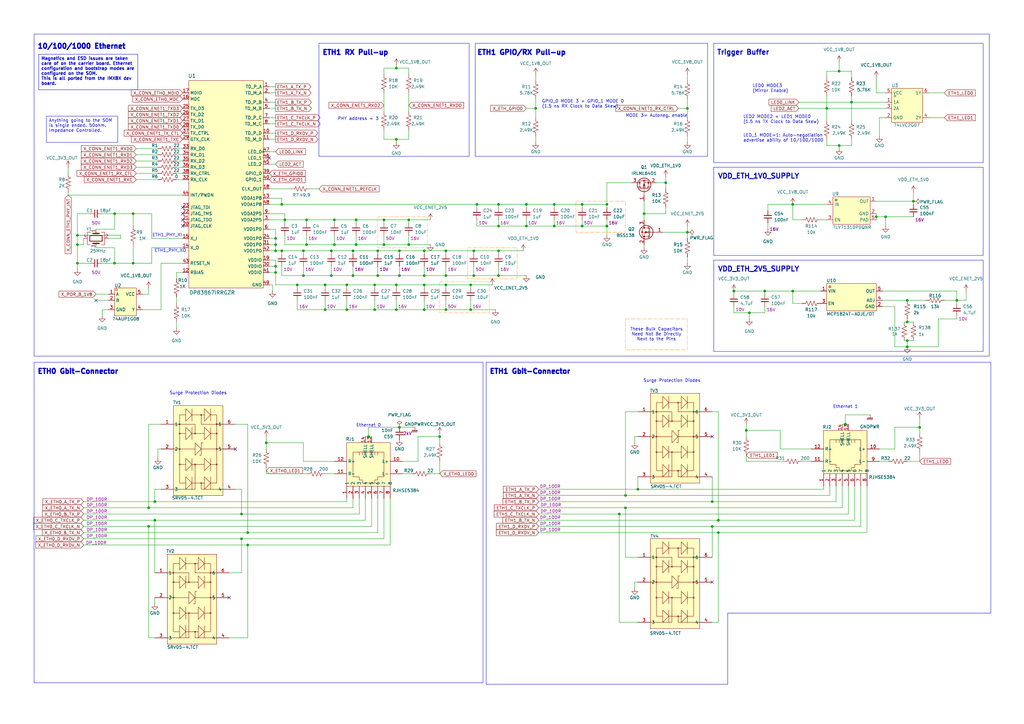
<source format=kicad_sch>
(kicad_sch (version 20250114) (generator "eeschema") (generator_version "9.0")
  (paper "A3")
  (rectangle (start 191.77 101.6) (end 212.09 114.3) (stroke (width 0) (type dash) (color 255 157 66 1)))
  (rectangle (start 13.97 13.97) (end 405.765 146.05))
  (rectangle (start 13.97 148.59) (end 198.12 280.035))
  (rectangle (start 154.94 88.9) (end 175.26 101.6) (stroke (width 0) (type dash) (color 255 164 89 1)))
  (rectangle (start 256.54 130.81) (end 281.94 143.51) (stroke (width 0) (type dash) (color 255 158 35 1)))
  (rectangle (start 180.34 115.57) (end 200.66 128.27) (stroke (width 0) (type dash) (color 255 171 67 1)))
  (rectangle (start 130.81 17.78) (end 192.405 64.135))
  (rectangle (start 292.735 106.68) (end 403.225 144.145))
  (rectangle (start 194.945 17.78) (end 290.195 64.135))
  (rectangle (start 236.22 82.55) (end 256.54 95.25) (stroke (width 0) (type dash) (color 255 158 35 1)))
  (rectangle (start 292.735 17.78) (end 403.225 66.675))
  (rectangle (start 292.735 68.58) (end 403.225 104.775))
  (text "Trigger Buffer" (at 304.8 21.59 0) (effects (font (size 2.032 2.032) (thickness 0.4064) (bold yes))))
  (text "Ethernet 0" (at 146.05 175.26 0) (effects (font (size 1.27 1.27)) (justify left bottom)))
  (text "ETH0 Gbit-Connector\n" (at 15.24 153.67 0) (effects (font (size 2.032 2.032) (thickness 0.6) (bold yes)) (justify left bottom)))
  (text "These Bulk Capacitors\nNeed Not Be Directly\nNext to the Pins" (at 269.24 137.16 0) (effects (font (size 1.27 1.27))))
  (text "VDD_ETH_2V5_SUPPLY" (at 311.15 110.49 0) (effects (font (size 2.032 2.032) (thickness 0.4064) (bold yes))))
  (text "Surge Protection Diodes" (at 275.59 156.21 0) (effects (font (size 1.27 1.27))))
  (text "ETH1 Gbit-Connector" (at 200.66 153.67 0) (effects (font (size 2.032 2.032) (thickness 0.6) (bold yes)) (justify left bottom)))
  (text "Surge Protection Diodes" (at 81.28 161.29 0) (effects (font (size 1.27 1.27))))
  (text "Ethernet 1" (at 341.63 167.64 0) (effects (font (size 1.27 1.27)) (justify left bottom)))
  (text "ETH1 GPIO/RX Pull-up" (at 195.58 22.86 0) (effects (font (size 2.032 2.032) (thickness 0.6) (bold yes)) (justify left bottom)))
  (text "LED2 MODE2 + LED1 MODE0\n(1.5 ns TX Clock to Data Skew)" (at 304.8 50.8 0) (effects (font (size 1.27 1.27)) (justify left bottom)))
  (text "ETH1_PHY_XO\n" (at 69.85 102.87 0) (effects (font (size 1.27 1.27))))
  (text "GPIO_0 MODE 3 + GPIO_1 MODE 0\n(1.5 ns RX Clock to Data Skew)" (at 222.25 44.45 0) (effects (font (size 1.27 1.27)) (justify left bottom)))
  (text "LED0 MODE3\n(Mirror Enable)" (at 308.61 38.1 0) (effects (font (size 1.27 1.27)) (justify left bottom)))
  (text "ETH1 RX Pull-up" (at 132.08 22.86 0) (effects (font (size 2.032 2.032) (thickness 0.6) (bold yes)) (justify left bottom)))
  (text "10/100/1000 Ethernet\n" (at 15.24 20.32 0) (effects (font (size 2.032 2.032) (thickness 0.6) (bold yes)) (justify left bottom)))
  (text "ETH1_PHY_XI" (at 68.58 96.52 0) (effects (font (size 1.27 1.27))))
  (text "PHY address = 3" (at 138.43 49.53 0) (effects (font (size 1.27 1.27)) (justify left bottom)))
  (text "MODE 3= Autoneg. enable" (at 256.54 48.26 0) (effects (font (size 1.27 1.27)) (justify left bottom)))
  (text "VDD_ETH_1V0_SUPPLY" (at 311.15 72.39 0) (effects (font (size 2.032 2.032) (thickness 0.4064) (bold yes))))
  (text "LED_1 MODE=1: Auto-negotiation\nadvertise ability of 10/100/1000" (at 304.8 58.42 0) (effects (font (size 1.27 1.27)) (justify left bottom)))
  (text_box "Magnetics and ESD issues are taken care of on the carrier board. Ethernet configuration and bootstrap modes are configured on the SOM.\nThis is all ported from the IMX8X dev board." (at 15.875 22.225 0) (size 40.64 14.605) (margins 0.9525 0.9525 0.9525 0.9525) (effects (font (size 1.27 1.27) (thickness 0.254) (bold yes)) (justify left top)))
  (text_box "Anything going to the SOM is single ended. 50ohm. Impedance Controlled. " (at 19.05 47.625 0) (size 29.21 10.795) (margins 0.9525 0.9525 0.9525 0.9525) (effects (font (size 1.27 1.27)) (justify left top)))
  (junction (at 115.57 83.82))
  (junction (at 292.1 205.74))
  (junction (at 374.65 82.55))
  (junction (at 307.34 128.27))
  (junction (at 54.61 107.95))
  (junction (at 46.99 107.95))
  (junction (at 60.96 215.9))
  (junction (at 54.61 87.63))
  (junction (at 238.76 83.82))
  (junction (at 182.88 127))
  (junction (at 125.73 90.17))
  (junction (at 377.19 175.26))
  (junction (at 264.16 87.63))
  (junction (at 133.35 127))
  (junction (at 173.99 113.03))
  (junction (at 124.46 113.03))
  (junction (at 46.99 87.63))
  (junction (at 109.22 181.61))
  (junction (at 254 210.82))
  (junction (at 146.05 100.33))
  (junction (at 63.5 213.36))
  (junction (at 137.16 100.33))
  (junction (at 113.03 102.87))
  (junction (at 154.94 113.03))
  (junction (at 173.99 127))
  (junction (at 153.67 116.84))
  (junction (at 215.9 92.71))
  (junction (at 325.12 119.38))
  (junction (at 194.31 102.87))
  (junction (at 142.24 127))
  (junction (at 113.03 111.76))
  (junction (at 135.89 113.03))
  (junction (at 31.75 96.52))
  (junction (at 281.94 95.25))
  (junction (at 167.64 100.33))
  (junction (at 182.88 113.03))
  (junction (at 163.83 113.03))
  (junction (at 99.06 210.82))
  (junction (at 163.83 175.26))
  (junction (at 137.16 90.17))
  (junction (at 204.47 113.03))
  (junction (at 182.88 116.84))
  (junction (at 180.34 179.07))
  (junction (at 144.78 102.87))
  (junction (at 294.64 218.44))
  (junction (at 359.41 88.9))
  (junction (at 372.11 132.08))
  (junction (at 162.56 127))
  (junction (at 135.89 102.87))
  (junction (at 339.09 44.45))
  (junction (at 142.24 116.84))
  (junction (at 115.57 102.87))
  (junction (at 162.56 57.15))
  (junction (at 256.54 203.2))
  (junction (at 349.25 41.91))
  (junction (at 392.43 123.19))
  (junction (at 162.56 116.84))
  (junction (at 344.17 59.69))
  (junction (at 124.46 102.87))
  (junction (at 146.05 90.17))
  (junction (at 344.17 29.21))
  (junction (at 151.13 179.07))
  (junction (at 363.22 88.9))
  (junction (at 193.04 127))
  (junction (at 182.88 102.87))
  (junction (at 372.11 139.7))
  (junction (at 227.33 92.71))
  (junction (at 325.12 83.82))
  (junction (at 215.9 83.82))
  (junction (at 261.62 200.66))
  (junction (at 238.76 92.71))
  (junction (at 248.92 92.71))
  (junction (at 300.99 119.38))
  (junction (at 227.33 83.82))
  (junction (at 306.07 176.53))
  (junction (at 167.64 90.17))
  (junction (at 153.67 127))
  (junction (at 154.94 102.87))
  (junction (at 248.92 83.82))
  (junction (at 144.78 113.03))
  (junction (at 116.84 90.17))
  (junction (at 292.1 215.9))
  (junction (at 195.58 83.82))
  (junction (at 101.6 218.44))
  (junction (at 133.35 116.84))
  (junction (at 204.47 102.87))
  (junction (at 204.47 83.82))
  (junction (at 113.03 97.79))
  (junction (at 163.83 102.87))
  (junction (at 193.04 116.84))
  (junction (at 101.6 223.52))
  (junction (at 63.5 205.74))
  (junction (at 204.47 92.71))
  (junction (at 313.69 119.38))
  (junction (at 99.06 220.98))
  (junction (at 125.73 100.33))
  (junction (at 294.64 213.36))
  (junction (at 31.75 100.33))
  (junction (at 219.71 44.45))
  (junction (at 346.71 173.99))
  (junction (at 31.75 107.95))
  (junction (at 194.31 113.03))
  (junction (at 256.54 208.28))
  (junction (at 157.48 90.17))
  (junction (at 162.56 27.94))
  (junction (at 113.03 109.22))
  (junction (at 372.11 142.24))
  (junction (at 273.05 74.93))
  (junction (at 173.99 116.84))
  (junction (at 173.99 102.87))
  (junction (at 281.94 44.45))
  (junction (at 372.11 123.19))
  (junction (at 157.48 100.33))
  (junction (at 121.92 116.84))
  (junction (at 60.96 208.28))
  (junction (at 113.03 100.33))
  (no_connect (at 93.98 245.11))
  (no_connect (at 74.93 87.63))
  (no_connect (at 96.52 184.15))
  (no_connect (at 292.1 238.76))
  (no_connect (at 74.93 85.09))
  (no_connect (at 39.37 123.19))
  (no_connect (at 74.93 90.17))
  (no_connect (at 110.49 64.77))
  (no_connect (at 74.93 92.71))
  (no_connect (at 292.1 179.07))
  (wire (pts (xy 39.37 120.65) (xy 44.45 120.65)))
  (wire (pts (xy 153.67 118.11) (xy 153.67 116.84)))
  (wire (pts (xy 110.49 83.82) (xy 115.57 83.82)))
  (wire (pts (xy 372.11 130.81) (xy 372.11 132.08)))
  (wire (pts (xy 254 210.82) (xy 254 255.27)))
  (wire (pts (xy 238.76 83.82) (xy 227.33 83.82)))
  (wire (pts (xy 220.98 200.66) (xy 261.62 200.66)))
  (wire (pts (xy 372.11 189.23) (xy 377.19 189.23)))
  (wire (pts (xy 72.39 63.5) (xy 74.93 63.5)))
  (wire (pts (xy 31.75 87.63) (xy 31.75 96.52)))
  (wire (pts (xy 157.48 90.17) (xy 157.48 91.44)))
  (wire (pts (xy 39.37 93.98) (xy 46.99 93.98)))
  (wire (pts (xy 110.49 38.1) (xy 113.03 38.1)))
  (wire (pts (xy 194.31 113.03) (xy 204.47 113.03)))
  (wire (pts (xy 167.64 90.17) (xy 167.64 91.44)))
  (wire (pts (xy 62.23 97.79) (xy 62.23 87.63)))
  (wire (pts (xy 374.65 83.82) (xy 374.65 82.55)))
  (wire (pts (xy 133.35 118.11) (xy 133.35 116.84)))
  (wire (pts (xy 227.33 83.82) (xy 227.33 85.09)))
  (wire (pts (xy 167.64 53.34) (xy 167.64 57.15)))
  (wire (pts (xy 254 255.27) (xy 261.62 255.27)))
  (wire (pts (xy 173.99 113.03) (xy 182.88 113.03)))
  (wire (pts (xy 101.6 261.62) (xy 101.6 223.52)))
  (wire (pts (xy 347.98 199.39) (xy 347.98 210.82)))
  (wire (pts (xy 325.12 119.38) (xy 336.55 119.38)))
  (wire (pts (xy 182.88 116.84) (xy 193.04 116.84)))
  (wire (pts (xy 167.64 38.1) (xy 167.64 45.72)))
  (wire (pts (xy 248.92 83.82) (xy 238.76 83.82)))
  (wire (pts (xy 162.56 58.42) (xy 162.56 57.15)))
  (wire (pts (xy 163.83 113.03) (xy 173.99 113.03)))
  (wire (pts (xy 113.03 116.84) (xy 113.03 111.76)))
  (wire (pts (xy 248.92 74.93) (xy 259.08 74.93)))
  (wire (pts (xy 337.82 199.39) (xy 337.82 200.66)))
  (wire (pts (xy 292.1 215.9) (xy 353.06 215.9)))
  (wire (pts (xy 194.31 102.87) (xy 194.31 104.14)))
  (wire (pts (xy 256.54 228.6) (xy 261.62 228.6)))
  (wire (pts (xy 180.34 179.07) (xy 180.34 181.61)))
  (wire (pts (xy 121.92 116.84) (xy 113.03 116.84)))
  (wire (pts (xy 261.62 200.66) (xy 337.82 200.66)))
  (wire (pts (xy 194.31 102.87) (xy 204.47 102.87)))
  (wire (pts (xy 359.41 87.63) (xy 359.41 88.9)))
  (wire (pts (xy 219.71 55.88) (xy 219.71 58.42)))
  (wire (pts (xy 204.47 85.09) (xy 204.47 83.82)))
  (wire (pts (xy 220.98 210.82) (xy 254 210.82)))
  (wire (pts (xy 227.33 90.17) (xy 227.33 92.71)))
  (wire (pts (xy 135.89 109.22) (xy 135.89 113.03)))
  (wire (pts (xy 109.22 181.61) (xy 124.46 181.61)))
  (wire (pts (xy 350.52 199.39) (xy 350.52 213.36)))
  (wire (pts (xy 321.31 189.23) (xy 306.07 189.23)))
  (wire (pts (xy 115.57 113.03) (xy 124.46 113.03)))
  (wire (pts (xy 363.22 88.9) (xy 363.22 92.71)))
  (wire (pts (xy 261.62 179.07) (xy 260.35 179.07)))
  (wire (pts (xy 171.45 189.23) (xy 165.1 189.23)))
  (wire (pts (xy 281.94 40.64) (xy 281.94 44.45)))
  (wire (pts (xy 220.98 205.74) (xy 292.1 205.74)))
  (wire (pts (xy 173.99 123.19) (xy 173.99 127)))
  (wire (pts (xy 227.33 92.71) (xy 238.76 92.71)))
  (wire (pts (xy 238.76 92.71) (xy 248.92 92.71)))
  (wire (pts (xy 63.5 200.66) (xy 66.04 200.66)))
  (wire (pts (xy 306.07 176.53) (xy 320.04 176.53)))
  (wire (pts (xy 146.05 96.52) (xy 146.05 100.33)))
  (wire (pts (xy 72.39 68.58) (xy 74.93 68.58)))
  (wire (pts (xy 101.6 173.99) (xy 101.6 218.44)))
  (wire (pts (xy 359.41 31.75) (xy 359.41 38.1)))
  (wire (pts (xy 162.56 27.94) (xy 162.56 26.67)))
  (wire (pts (xy 349.25 41.91) (xy 363.22 41.91)))
  (wire (pts (xy 193.04 116.84) (xy 193.04 118.11)))
  (wire (pts (xy 377.19 175.26) (xy 377.19 177.8)))
  (wire (pts (xy 60.96 215.9) (xy 152.4 215.9)))
  (wire (pts (xy 146.05 91.44) (xy 146.05 90.17)))
  (wire (pts (xy 34.29 220.98) (xy 99.06 220.98)))
  (wire (pts (xy 116.84 87.63) (xy 116.84 90.17)))
  (wire (pts (xy 215.9 44.45) (xy 219.71 44.45)))
  (wire (pts (xy 195.58 85.09) (xy 195.58 83.82)))
  (wire (pts (xy 133.35 123.19) (xy 133.35 127)))
  (wire (pts (xy 41.91 87.63) (xy 46.99 87.63)))
  (wire (pts (xy 62.23 107.95) (xy 54.61 107.95)))
  (wire (pts (xy 214.63 102.87) (xy 204.47 102.87)))
  (wire (pts (xy 101.6 223.52) (xy 160.02 223.52)))
  (wire (pts (xy 135.89 102.87) (xy 144.78 102.87)))
  (wire (pts (xy 162.56 116.84) (xy 173.99 116.84)))
  (wire (pts (xy 163.83 175.26) (xy 170.18 175.26)))
  (wire (pts (xy 99.06 234.95) (xy 99.06 220.98)))
  (wire (pts (xy 372.11 123.19) (xy 379.73 123.19)))
  (wire (pts (xy 34.29 213.36) (xy 63.5 213.36)))
  (wire (pts (xy 31.75 107.95) (xy 31.75 110.49)))
  (wire (pts (xy 115.57 102.87) (xy 113.03 102.87)))
  (wire (pts (xy 163.83 102.87) (xy 173.99 102.87)))
  (wire (pts (xy 121.92 118.11) (xy 121.92 116.84)))
  (wire (pts (xy 377.19 175.26) (xy 377.19 171.45)))
  (wire (pts (xy 113.03 111.76) (xy 110.49 111.76)))
  (polyline (pts (xy 298.45 280.67) (xy 298.45 251.46)))
  (wire (pts (xy 173.99 116.84) (xy 182.88 116.84)))
  (wire (pts (xy 72.39 111.76) (xy 72.39 114.3)))
  (wire (pts (xy 370.84 132.08) (xy 372.11 132.08)))
  (wire (pts (xy 110.49 67.31) (xy 113.03 67.31)))
  (wire (pts (xy 359.41 88.9) (xy 359.41 90.17)))
  (polyline (pts (xy 298.45 251.46) (xy 406.4 251.46)))
  (wire (pts (xy 41.91 107.95) (xy 46.99 107.95)))
  (polyline (pts (xy 199.39 280.67) (xy 298.45 280.67)))
  (wire (pts (xy 34.29 218.44) (xy 101.6 218.44)))
  (wire (pts (xy 332.74 184.15) (xy 320.04 184.15)))
  (wire (pts (xy 49.53 96.52) (xy 49.53 97.79)))
  (wire (pts (xy 125.73 90.17) (xy 137.16 90.17)))
  (wire (pts (xy 381 38.1) (xy 387.35 38.1)))
  (wire (pts (xy 63.5 213.36) (xy 149.86 213.36)))
  (wire (pts (xy 346.71 173.99) (xy 346.71 170.18)))
  (wire (pts (xy 292.1 255.27) (xy 294.64 255.27)))
  (wire (pts (xy 349.25 31.75) (xy 349.25 29.21)))
  (wire (pts (xy 300.99 120.65) (xy 300.99 119.38)))
  (wire (pts (xy 62.23 87.63) (xy 54.61 87.63)))
  (wire (pts (xy 180.34 177.8) (xy 180.34 179.07)))
  (wire (pts (xy 182.88 123.19) (xy 182.88 127)))
  (wire (pts (xy 220.98 208.28) (xy 256.54 208.28)))
  (wire (pts (xy 367.03 175.26) (xy 367.03 184.15)))
  (wire (pts (xy 137.16 100.33) (xy 146.05 100.33)))
  (wire (pts (xy 110.49 106.68) (xy 113.03 106.68)))
  (wire (pts (xy 372.11 142.24) (xy 367.03 142.24)))
  (wire (pts (xy 273.05 74.93) (xy 273.05 77.47)))
  (wire (pts (xy 328.93 189.23) (xy 332.74 189.23)))
  (wire (pts (xy 256.54 203.2) (xy 340.36 203.2)))
  (wire (pts (xy 115.57 83.82) (xy 195.58 83.82)))
  (wire (pts (xy 99.06 210.82) (xy 147.32 210.82)))
  (wire (pts (xy 74.93 101.6) (xy 62.23 101.6)))
  (wire (pts (xy 44.45 127) (xy 41.91 127)))
  (wire (pts (xy 74.93 97.79) (xy 62.23 97.79)))
  (wire (pts (xy 248.92 90.17) (xy 248.92 92.71)))
  (wire (pts (xy 346.71 173.99) (xy 347.98 173.99)))
  (wire (pts (xy 215.9 83.82) (xy 215.9 85.09)))
  (wire (pts (xy 137.16 96.52) (xy 137.16 100.33)))
  (wire (pts (xy 60.96 208.28) (xy 144.78 208.28)))
  (wire (pts (xy 60.96 261.62) (xy 63.5 261.62)))
  (polyline (pts (xy 406.4 251.46) (xy 406.4 148.59)))
  (wire (pts (xy 264.16 100.33) (xy 264.16 101.6)))
  (wire (pts (xy 39.37 123.19) (xy 44.45 123.19)))
  (wire (pts (xy 34.29 210.82) (xy 99.06 210.82)))
  (wire (pts (xy 64.77 184.15) (xy 64.77 187.96)))
  (wire (pts (xy 109.22 191.77) (xy 109.22 194.31)))
  (wire (pts (xy 72.39 60.96) (xy 74.93 60.96)))
  (wire (pts (xy 96.52 173.99) (xy 101.6 173.99)))
  (wire (pts (xy 363.22 48.26) (xy 360.68 48.26)))
  (wire (pts (xy 63.5 213.36) (xy 63.5 234.95)))
  (wire (pts (xy 392.43 123.19) (xy 396.24 123.19)))
  (wire (pts (xy 278.13 44.45) (xy 281.94 44.45)))
  (wire (pts (xy 55.88 68.58) (xy 64.77 68.58)))
  (wire (pts (xy 72.39 73.66) (xy 74.93 73.66)))
  (wire (pts (xy 99.06 220.98) (xy 157.48 220.98)))
  (wire (pts (xy 110.49 50.8) (xy 113.03 50.8)))
  (wire (pts (xy 300.99 125.73) (xy 300.99 128.27)))
  (wire (pts (xy 273.05 72.39) (xy 273.05 74.93)))
  (wire (pts (xy 176.53 90.17) (xy 167.64 90.17)))
  (wire (pts (xy 66.04 127) (xy 66.04 107.95)))
  (wire (pts (xy 173.99 118.11) (xy 173.99 116.84)))
  (wire (pts (xy 194.31 109.22) (xy 194.31 113.03)))
  (wire (pts (xy 151.13 179.07) (xy 151.13 175.26)))
  (wire (pts (xy 392.43 123.19) (xy 387.35 123.19)))
  (wire (pts (xy 63.5 245.11) (xy 63.5 247.65)))
  (wire (pts (xy 110.49 54.61) (xy 113.03 54.61)))
  (wire (pts (xy 124.46 113.03) (xy 135.89 113.03)))
  (wire (pts (xy 292.1 215.9) (xy 292.1 228.6)))
  (wire (pts (xy 339.09 39.37) (xy 339.09 44.45)))
  (wire (pts (xy 110.49 116.84) (xy 111.76 116.84)))
  (wire (pts (xy 167.64 30.48) (xy 167.64 27.94)))
  (wire (pts (xy 167.64 27.94) (xy 162.56 27.94)))
  (wire (pts (xy 281.94 44.45) (xy 281.94 48.26)))
  (wire (pts (xy 367.03 125.73) (xy 367.03 142.24)))
  (wire (pts (xy 162.56 123.19) (xy 162.56 127)))
  (wire (pts (xy 361.95 125.73) (xy 367.03 125.73)))
  (wire (pts (xy 34.29 100.33) (xy 31.75 100.33)))
  (wire (pts (xy 93.98 234.95) (xy 99.06 234.95)))
  (wire (pts (xy 176.53 100.33) (xy 167.64 100.33)))
  (wire (pts (xy 336.55 90.17) (xy 339.09 90.17)))
  (wire (pts (xy 157.48 38.1) (xy 157.48 45.72)))
  (wire (pts (xy 260.35 238.76) (xy 260.35 241.3)))
  (wire (pts (xy 377.19 185.42) (xy 377.19 189.23)))
  (wire (pts (xy 325.12 90.17) (xy 328.93 90.17)))
  (wire (pts (xy 121.92 123.19) (xy 121.92 127)))
  (wire (pts (xy 238.76 90.17) (xy 238.76 92.71)))
  (wire (pts (xy 157.48 100.33) (xy 167.64 100.33)))
  (wire (pts (xy 360.68 189.23) (xy 364.49 189.23)))
  (wire (pts (xy 306.07 186.69) (xy 306.07 189.23)))
  (wire (pts (xy 142.24 118.11) (xy 142.24 116.84)))
  (wire (pts (xy 154.94 113.03) (xy 163.83 113.03)))
  (wire (pts (xy 219.71 30.48) (xy 219.71 33.02)))
  (wire (pts (xy 149.86 179.07) (xy 151.13 179.07)))
  (wire (pts (xy 220.98 203.2) (xy 256.54 203.2)))
  (wire (pts (xy 372.11 139.7) (xy 372.11 142.24)))
  (wire (pts (xy 306.07 176.53) (xy 306.07 179.07)))
  (wire (pts (xy 125.73 91.44) (xy 125.73 90.17)))
  (wire (pts (xy 142.24 116.84) (xy 153.67 116.84)))
  (wire (pts (xy 116.84 90.17) (xy 125.73 90.17)))
  (wire (pts (xy 34.29 215.9) (xy 60.96 215.9)))
  (wire (pts (xy 165.1 194.31) (xy 168.91 194.31)))
  (wire (pts (xy 339.09 59.69) (xy 344.17 59.69)))
  (wire (pts (xy 195.58 90.17) (xy 195.58 92.71)))
  (wire (pts (xy 109.22 179.07) (xy 109.22 181.61)))
  (polyline (pts (xy 199.39 149.86) (xy 199.39 280.67)))
  (wire (pts (xy 54.61 87.63) (xy 46.99 87.63)))
  (wire (pts (xy 342.9 199.39) (xy 342.9 205.74)))
  (wire (pts (xy 137.16 90.17) (xy 146.05 90.17)))
  (wire (pts (xy 110.49 90.17) (xy 116.84 90.17)))
  (wire (pts (xy 281.94 105.41) (xy 281.94 107.95)))
  (wire (pts (xy 349.25 29.21) (xy 344.17 29.21)))
  (wire (pts (xy 176.53 194.31) (xy 180.34 194.31)))
  (wire (pts (xy 294.64 255.27) (xy 294.64 218.44)))
  (wire (pts (xy 46.99 93.98) (xy 46.99 87.63)))
  (wire (pts (xy 204.47 102.87) (xy 204.47 104.14)))
  (wire (pts (xy 294.64 213.36) (xy 350.52 213.36)))
  (wire (pts (xy 27.94 80.01) (xy 74.93 80.01)))
  (wire (pts (xy 254 210.82) (xy 347.98 210.82)))
  (wire (pts (xy 34.29 205.74) (xy 63.5 205.74)))
  (wire (pts (xy 370.84 139.7) (xy 372.11 139.7)))
  (wire (pts (xy 113.03 100.33) (xy 113.03 102.87)))
  (wire (pts (xy 74.93 111.76) (xy 72.39 111.76)))
  (wire (pts (xy 256.54 208.28) (xy 256.54 228.6)))
  (wire (pts (xy 125.73 194.31) (xy 109.22 194.31)))
  (wire (pts (xy 72.39 121.92) (xy 72.39 124.46)))
  (wire (pts (xy 219.71 40.64) (xy 219.71 44.45)))
  (wire (pts (xy 307.34 130.81) (xy 307.34 128.27)))
  (wire (pts (xy 137.16 189.23) (xy 124.46 189.23)))
  (wire (pts (xy 163.83 102.87) (xy 163.83 104.14)))
  (wire (pts (xy 355.6 199.39) (xy 355.6 218.44)))
  (wire (pts (xy 215.9 113.03) (xy 204.47 113.03)))
  (wire (pts (xy 60.96 120.65) (xy 60.96 118.11)))
  (wire (pts (xy 300.99 128.27) (xy 307.34 128.27)))
  (wire (pts (xy 264.16 87.63) (xy 273.05 87.63)))
  (wire (pts (xy 113.03 102.87) (xy 110.49 102.87)))
  (wire (pts (xy 327.66 44.45) (xy 339.09 44.45)))
  (wire (pts (xy 248.92 74.93) (xy 248.92 83.82)))
  (wire (pts (xy 66.04 184.15) (xy 64.77 184.15)))
  (wire (pts (xy 34.29 208.28) (xy 60.96 208.28)))
  (wire (pts (xy 248.92 85.09) (xy 248.92 83.82)))
  (wire (pts (xy 153.67 127) (xy 162.56 127)))
  (wire (pts (xy 273.05 85.09) (xy 273.05 87.63)))
  (wire (pts (xy 46.99 107.95) (xy 46.99 101.6)))
  (wire (pts (xy 27.94 80.01) (xy 27.94 78.74)))
  (wire (pts (xy 314.96 83.82) (xy 325.12 83.82)))
  (wire (pts (xy 96.52 200.66) (xy 99.06 200.66)))
  (wire (pts (xy 313.69 125.73) (xy 313.69 128.27)))
  (wire (pts (xy 142.24 123.19) (xy 142.24 127)))
  (wire (pts (xy 55.88 71.12) (xy 64.77 71.12)))
  (wire (pts (xy 151.13 175.26) (xy 163.83 175.26)))
  (wire (pts (xy 281.94 30.48) (xy 281.94 33.02)))
  (wire (pts (xy 227.33 83.82) (xy 215.9 83.82)))
  (wire (pts (xy 372.11 132.08) (xy 374.65 132.08)))
  (wire (pts (xy 124.46 102.87) (xy 135.89 102.87)))
  (wire (pts (xy 41.91 127) (xy 41.91 129.54)))
  (wire (pts (xy 58.42 127) (xy 66.04 127)))
  (wire (pts (xy 124.46 189.23) (xy 124.46 181.61)))
  (wire (pts (xy 345.44 199.39) (xy 345.44 208.28)))
  (wire (pts (xy 113.03 97.79) (xy 113.03 100.33)))
  (wire (pts (xy 157.48 30.48) (xy 157.48 27.94)))
  (wire (pts (xy 110.49 87.63) (xy 116.84 87.63)))
  (wire (pts (xy 374.65 139.7) (xy 372.11 139.7)))
  (wire (pts (xy 367.03 184.15) (xy 360.68 184.15)))
  (wire (pts (xy 116.84 90.17) (xy 116.84 91.44)))
  (wire (pts (xy 115.57 102.87) (xy 115.57 104.14)))
  (wire (pts (xy 294.64 218.44) (xy 355.6 218.44)))
  (wire (pts (xy 137.16 91.44) (xy 137.16 90.17)))
  (wire (pts (xy 144.78 113.03) (xy 154.94 113.03)))
  (wire (pts (xy 124.46 109.22) (xy 124.46 113.03)))
  (wire (pts (xy 60.96 173.99) (xy 60.96 208.28)))
  (wire (pts (xy 149.86 204.47) (xy 149.86 213.36)))
  (wire (pts (xy 113.03 109.22) (xy 113.03 111.76)))
  (wire (pts (xy 31.75 107.95) (xy 31.75 100.33)))
  (wire (pts (xy 346.71 170.18) (xy 356.87 170.18)))
  (wire (pts (xy 374.65 78.74) (xy 374.65 82.55)))
  (wire (pts (xy 144.78 104.14) (xy 144.78 102.87)))
  (wire (pts (xy 325.12 124.46) (xy 328.93 124.46)))
  (wire (pts (xy 392.43 130.81) (xy 392.43 129.54)))
  (wire (pts (xy 292.1 205.74) (xy 342.9 205.74)))
  (wire (pts (xy 182.88 127) (xy 193.04 127)))
  (wire (pts (xy 313.69 119.38) (xy 313.69 120.65)))
  (wire (pts (xy 201.93 116.84) (xy 193.04 116.84)))
  (wire (pts (xy 384.81 130.81) (xy 392.43 130.81)))
  (wire (pts (xy 60.96 215.9) (xy 60.96 261.62)))
  (wire (pts (xy 256.54 203.2) (xy 256.54 168.91)))
  (wire (pts (xy 110.49 100.33) (xy 113.03 100.33)))
  (polyline (pts (xy 199.39 148.59) (xy 199.39 149.86)))
  (wire (pts (xy 124.46 104.14) (xy 124.46 102.87)))
  (wire (pts (xy 121.92 127) (xy 133.35 127)))
  (wire (pts (xy 142.24 204.47) (xy 142.24 205.74)))
  (wire (pts (xy 39.37 101.6) (xy 46.99 101.6)))
  (wire (pts (xy 111.76 116.84) (xy 111.76 119.38)))
  (wire (pts (xy 109.22 181.61) (xy 109.22 184.15)))
  (wire (pts (xy 110.49 93.98) (xy 113.03 93.98)))
  (wire (pts (xy 204.47 92.71) (xy 215.9 92.71)))
  (wire (pts (xy 127 77.47) (xy 130.81 77.47)))
  (wire (pts (xy 147.32 204.47) (xy 147.32 210.82)))
  (wire (pts (xy 313.69 119.38) (xy 325.12 119.38)))
  (wire (pts (xy 162.56 118.11) (xy 162.56 116.84)))
  (wire (pts (xy 215.9 90.17) (xy 215.9 92.71)))
  (wire (pts (xy 72.39 71.12) (xy 74.93 71.12)))
  (wire (pts (xy 135.89 104.14) (xy 135.89 102.87)))
  (wire (pts (xy 125.73 96.52) (xy 125.73 100.33)))
  (wire (pts (xy 374.65 88.9) (xy 363.22 88.9)))
  (wire (pts (xy 153.67 123.19) (xy 153.67 127)))
  (wire (pts (xy 195.58 83.82) (xy 204.47 83.82)))
  (wire (pts (xy 325.12 83.82) (xy 325.12 90.17)))
  (wire (pts (xy 340.36 199.39) (xy 340.36 203.2)))
  (wire (pts (xy 133.35 127) (xy 142.24 127)))
  (wire (pts (xy 34.29 223.52) (xy 101.6 223.52)))
  (wire (pts (xy 54.61 107.95) (xy 46.99 107.95)))
  (wire (pts (xy 113.03 93.98) (xy 113.03 97.79)))
  (wire (pts (xy 173.99 102.87) (xy 182.88 102.87)))
  (wire (pts (xy 36.83 87.63) (xy 31.75 87.63)))
  (wire (pts (xy 144.78 204.47) (xy 144.78 208.28)))
  (wire (pts (xy 58.42 120.65) (xy 60.96 120.65)))
  (wire (pts (xy 381 48.26) (xy 387.35 48.26)))
  (wire (pts (xy 339.09 57.15) (xy 339.09 59.69)))
  (wire (pts (xy 110.49 35.56) (xy 113.03 35.56)))
  (wire (pts (xy 349.25 39.37) (xy 349.25 41.91)))
  (wire (pts (xy 101.6 218.44) (xy 154.94 218.44)))
  (wire (pts (xy 146.05 100.33) (xy 157.48 100.33)))
  (wire (pts (xy 146.05 90.17) (xy 157.48 90.17)))
  (wire (pts (xy 281.94 95.25) (xy 281.94 92.71)))
  (wire (pts (xy 72.39 66.04) (xy 74.93 66.04)))
  (wire (pts (xy 325.12 83.82) (xy 339.09 83.82)))
  (wire (pts (xy 55.88 73.66) (xy 64.77 73.66)))
  (wire (pts (xy 363.22 88.9) (xy 359.41 88.9)))
  (wire (pts (xy 133.35 116.84) (xy 142.24 116.84)))
  (wire (pts (xy 125.73 100.33) (xy 137.16 100.33)))
  (wire (pts (xy 396.24 119.38) (xy 396.24 123.19)))
  (wire (pts (xy 384.81 130.81) (xy 384.81 142.24)))
  (wire (pts (xy 133.35 194.31) (xy 137.16 194.31)))
  (wire (pts (xy 157.48 204.47) (xy 157.48 220.98)))
  (wire (pts (xy 320.04 184.15) (xy 320.04 176.53)))
  (wire (pts (xy 238.76 83.82) (xy 238.76 85.09)))
  (wire (pts (xy 154.94 102.87) (xy 163.83 102.87)))
  (wire (pts (xy 294.64 168.91) (xy 294.64 213.36)))
  (wire (pts (xy 157.48 96.52) (xy 157.48 100.33)))
  (wire (pts (xy 63.5 200.66) (xy 63.5 205.74)))
  (wire (pts (xy 193.04 123.19) (xy 193.04 127)))
  (wire (pts (xy 204.47 83.82) (xy 215.9 83.82)))
  (wire (pts (xy 93.98 261.62) (xy 101.6 261.62)))
  (wire (pts (xy 157.48 53.34) (xy 157.48 57.15)))
  (wire (pts (xy 110.49 41.91) (xy 113.03 41.91)))
  (wire (pts (xy 339.09 44.45) (xy 363.22 44.45)))
  (wire (pts (xy 55.88 63.5) (xy 64.77 63.5)))
  (wire (pts (xy 182.88 102.87) (xy 194.31 102.87)))
  (wire (pts (xy 361.95 123.19) (xy 372.11 123.19)))
  (wire (pts (xy 260.35 179.07) (xy 260.35 181.61)))
  (wire (pts (xy 142.24 127) (xy 153.67 127)))
  (wire (pts (xy 264.16 87.63) (xy 264.16 90.17)))
  (wire (pts (xy 344.17 59.69) (xy 344.17 60.96)))
  (wire (pts (xy 314.96 83.82) (xy 314.96 86.36)))
  (wire (pts (xy 256.54 168.91) (xy 261.62 168.91)))
  (wire (pts (xy 151.13 179.07) (xy 152.4 179.07)))
  (wire (pts (xy 115.57 83.82) (xy 115.57 81.28)))
  (wire (pts (xy 314.96 91.44) (xy 314.96 93.98)))
  (wire (pts (xy 115.57 109.22) (xy 115.57 113.03)))
  (wire (pts (xy 339.09 44.45) (xy 339.09 49.53)))
  (wire (pts (xy 157.48 90.17) (xy 167.64 90.17)))
  (wire (pts (xy 116.84 96.52) (xy 116.84 100.33)))
  (wire (pts (xy 163.83 109.22) (xy 163.83 113.03)))
  (wire (pts (xy 195.58 92.71) (xy 204.47 92.71)))
  (wire (pts (xy 121.92 116.84) (xy 133.35 116.84)))
  (wire (pts (xy 66.04 107.95) (xy 74.93 107.95)))
  (wire (pts (xy 182.88 109.22) (xy 182.88 113.03)))
  (wire (pts (xy 115.57 102.87) (xy 124.46 102.87)))
  (wire (pts (xy 349.25 59.69) (xy 344.17 59.69)))
  (wire (pts (xy 157.48 27.94) (xy 162.56 27.94)))
  (wire (pts (xy 359.41 82.55) (xy 374.65 82.55)))
  (wire (pts (xy 203.2 127) (xy 193.04 127)))
  (wire (pts (xy 110.49 57.15) (xy 113.03 57.15)))
  (wire (pts (xy 36.83 107.95) (xy 31.75 107.95)))
  (wire (pts (xy 167.64 96.52) (xy 167.64 100.33)))
  (wire (pts (xy 261.62 238.76) (xy 260.35 238.76)))
  (wire (pts (xy 34.29 97.79) (xy 34.29 100.33)))
  (wire (pts (xy 110.49 81.28) (xy 115.57 81.28)))
  (wire (pts (xy 125.73 100.33) (xy 116.84 100.33)))
  (wire (pts (xy 306.07 173.99) (xy 306.07 176.53)))
  (wire (pts (xy 261.62 195.58) (xy 261.62 200.66)))
  (wire (pts (xy 300.99 119.38) (xy 313.69 119.38)))
  (wire (pts (xy 110.49 77.47) (xy 119.38 77.47)))
  (wire (pts (xy 264.16 82.55) (xy 264.16 87.63)))
  (wire (pts (xy 171.45 179.07) (xy 180.34 179.07)))
  (wire (pts (xy 182.88 113.03) (xy 194.31 113.03)))
  (wire (pts (xy 110.49 48.26) (xy 113.03 48.26)))
  (wire (pts (xy 392.43 119.38) (xy 392.43 123.19)))
  (wire (pts (xy 63.5 205.74) (xy 142.24 205.74)))
  (wire (pts (xy 167.64 57.15) (xy 162.56 57.15)))
  (wire (pts (xy 182.88 102.87) (xy 182.88 104.14)))
  (wire (pts (xy 220.98 215.9) (xy 292.1 215.9)))
  (wire (pts (xy 392.43 124.46) (xy 392.43 123.19)))
  (wire (pts (xy 353.06 199.39) (xy 353.06 215.9)))
  (wire (pts (xy 367.03 175.26) (xy 377.19 175.26)))
  (wire (pts (xy 220.98 213.36) (xy 294.64 213.36)))
  (wire (pts (xy 360.68 48.26) (xy 360.68 55.88)))
  (wire (pts (xy 110.49 62.23) (xy 113.03 62.23)))
  (wire (pts (xy 271.78 95.25) (xy 281.94 95.25)))
  (wire (pts (xy 344.17 25.4) (xy 344.17 29.21)))
  (wire (pts (xy 281.94 95.25) (xy 281.94 97.79)))
  (wire (pts (xy 99.06 200.66) (xy 99.06 210.82)))
  (wire (pts (xy 152.4 204.47) (xy 152.4 215.9)))
  (wire (pts (xy 144.78 102.87) (xy 154.94 102.87)))
  (wire (pts (xy 339.09 31.75) (xy 339.09 29.21)))
  (wire (pts (xy 204.47 109.22) (xy 204.47 113.03)))
  (wire (pts (xy 162.56 127) (xy 173.99 127)))
  (wire (pts (xy 62.23 101.6) (xy 62.23 107.95)))
  (wire (pts (xy 72.39 132.08) (xy 72.39 134.62)))
  (wire (pts (xy 173.99 102.87) (xy 173.99 104.14)))
  (wire (pts (xy 160.02 204.47) (xy 160.02 223.52)))
  (wire (pts (xy 248.92 92.71) (xy 248.92 96.52)))
  (wire (pts (xy 157.48 57.15) (xy 162.56 57.15)))
  (wire (pts (xy 173.99 127) (xy 182.88 127)))
  (wire (pts (xy 31.75 100.33) (xy 31.75 96.52)))
  (wire (pts (xy 292.1 195.58) (xy 292.1 205.74)))
  (wire (pts (xy 27.94 68.58) (xy 27.94 71.12)))
  (wire (pts (xy 215.9 92.71) (xy 227.33 92.71)))
  (wire (pts (xy 154.94 109.22) (xy 154.94 113.03)))
  (wire (pts (xy 153.67 116.84) (xy 162.56 116.84)))
  (wire (pts (xy 54.61 92.71) (xy 54.61 87.63)))
  (wire (pts (xy 281.94 55.88) (xy 281.94 58.42)))
  (wire (pts (xy 327.66 41.91) (xy 349.25 41.91)))
  (wire (pts (xy 220.98 218.44) (xy 294.64 218.44)))
  (wire (pts (xy 349.25 41.91) (xy 349.25 49.53)))
  (wire (pts (xy 110.49 109.22) (xy 113.03 109.22)))
  (wire (pts (xy 110.49 97.79) (xy 113.03 97.79)))
  (wire (pts (xy 269.24 74.93) (xy 273.05 74.93)))
  (wire (pts (xy 361.95 119.38) (xy 392.43 119.38)))
  (wire (pts (xy 349.25 57.15) (xy 349.25 59.69)))
  (wire (pts (xy 173.99 109.22) (xy 173.99 113.03)))
  (wire (pts (xy 182.88 116.84) (xy 182.88 118.11)))
  (wire (pts (xy 49.53 97.79) (xy 44.45 97.79)))
  (wire (pts (xy 31.75 96.52) (xy 49.53 96.52)))
  (wire (pts (xy 144.78 109.22) (xy 144.78 113.03)))
  (wire (pts (xy 54.61 100.33) (xy 54.61 107.95)))
  (wire (pts (xy 135.89 113.03) (xy 144.78 113.03)))
  (wire (pts (xy 363.22 38.1) (xy 359.41 38.1)))
  (wire (pts (xy 345.44 173.99) (xy 346.71 173.99)))
  (wire (pts (xy 171.45 179.07) (xy 171.45 189.23)))
  (wire (pts (xy 372.11 142.24) (xy 384.81 142.24)))
  (wire (pts (xy 180.34 189.23) (xy 180.34 194.31)))
  (wire (pts (xy 113.03 106.68) (xy 113.03 109.22)))
  (wire (pts (xy 55.88 60.96) (xy 64.77 60.96)))
  (wire (pts (xy 154.94 204.47) (xy 154.94 218.44)))
  (wire (pts (xy 219.71 44.45) (xy 219.71 48.26)))
  (wire (pts (xy 292.1 168.91) (xy 294.64 168.91)))
  (wire (pts (xy 256.54 208.28) (xy 345.44 208.28)))
  (wire (pts (xy 339.09 29.21) (xy 344.17 29.21)))
  (wire (pts (xy 204.47 90.17) (xy 204.47 92.71)))
  (wire (pts (xy 325.12 119.38) (xy 325.12 124.46)))
  (wire (pts (xy 60.96 173.99) (xy 66.04 173.99)))
  (polyline (pts (xy 199.39 148.59) (xy 406.4 148.59)))
  (wire (pts (xy 154.94 102.87) (xy 154.94 104.14)))
  (wire (pts (xy 110.49 44.45) (xy 113.03 44.45)))
  (wire (pts (xy 307.34 128.27) (xy 313.69 128.27)))
  (wire (pts (xy 55.88 66.04) (xy 64.77 66.04)))
  (global_label "X_ETH0_D_RXDV_N" (shape input) (at 34.29 223.52 180) (property "Intersheetrefs" "${INTERSHEET_REFS}" (effects (hide yes))) (property "Netclass" "DP_100R" (at 45.212 222.504 0) (effects (justify right))))
  (global_label "X_ETH0_A_TX_P" (shape input) (at 34.29 205.74 180) (property "Intersheetrefs" "${INTERSHEET_REFS}" (effects (hide yes))) (property "Netclass" "DP_100R" (at 45.466 204.724 0) (effects (justify right))))
  (global_label "X_CONN_ETH1_PHY_INT" (shape input) (at 27.94 80.01 270) (property "Intersheetrefs" "${INTERSHEET_REFS}" (effects (hide yes))))
  (global_label "ETH1_A_TX_P" (shape input) (at 220.98 200.66 180) (property "Intersheetrefs" "${INTERSHEET_REFS}" (effects (hide yes))) (property "Netclass" "DP_100R" (at 227.076 199.39 0)))
  (global_label "X_CONN_ENET1_REFCLK" (shape input) (at 130.81 77.47 0) (property "Intersheetrefs" "${INTERSHEET_REFS}" (effects (hide yes))))
  (global_label "ETH1_D_RXDV_P" (shape output) (at 113.03 54.61 0) (property "Intersheetrefs" "${INTERSHEET_REFS}" (effects (hide yes))))
  (global_label "X_CONN_ETH0_MDIO" (shape input) (at 74.93 38.1 180) (property "Intersheetrefs" "${INTERSHEET_REFS}" (effects (hide yes))) (property "Netclass" "DP_50R" (effects (hide yes))))
  (global_label "X_CONN_ENET1_TXC" (shape input) (at 74.93 57.15 180) (property "Intersheetrefs" "${INTERSHEET_REFS}" (effects (hide yes))) (property "Netclass" "DP_50R" (effects (hide yes))))
  (global_label "X_CONN_ENET1_RXD0" (shape input) (at 55.88 60.96 180) (property "Intersheetrefs" "${INTERSHEET_REFS}" (effects (hide yes))) (property "Netclass" "DP_50R" (effects (hide yes))))
  (global_label "X_ETH0_C_TXCLK_P" (shape input) (at 34.29 213.36 180) (property "Intersheetrefs" "${INTERSHEET_REFS}" (effects (hide yes))) (property "Netclass" "DP_100R" (at 45.466 212.09 0) (effects (justify right))))
  (global_label "X_ETH0_B_TX_P" (shape input) (at 34.29 210.82 180) (property "Intersheetrefs" "${INTERSHEET_REFS}" (effects (hide yes))) (property "Netclass" "DP_100R" (at 45.466 209.55 0) (effects (justify right))))
  (global_label "LED0_LINK" (shape input) (at 327.66 41.91 180) (property "Intersheetrefs" "${INTERSHEET_REFS}" (effects (hide yes))))
  (global_label "X_CONN_ENET1_TXD3" (shape input) (at 74.93 44.45 180) (property "Intersheetrefs" "${INTERSHEET_REFS}" (effects (hide yes))) (property "Netclass" "DP_50R" (effects (hide yes))))
  (global_label "X_ETH_GPIO0" (shape input) (at 110.49 71.12 0) (property "Intersheetrefs" "${INTERSHEET_REFS}" (effects (hide yes))))
  (global_label "X_CONN_ENET1_RXD0" (shape input) (at 167.64 43.18 0) (property "Intersheetrefs" "${INTERSHEET_REFS}" (effects (hide yes))))
  (global_label "ETH1_D_RXDV_N" (shape output) (at 113.03 57.15 0) (property "Intersheetrefs" "${INTERSHEET_REFS}" (effects (hide yes))))
  (global_label "X_ETH_GPIO1" (shape input) (at 110.49 73.66 0) (property "Intersheetrefs" "${INTERSHEET_REFS}" (effects (hide yes))))
  (global_label "X_CONN_ENET1_RXD2" (shape input) (at 157.48 43.18 180) (property "Intersheetrefs" "${INTERSHEET_REFS}" (effects (hide yes))))
  (global_label "X_ETH0_D_RXDV_P" (shape input) (at 34.29 220.98 180) (property "Intersheetrefs" "${INTERSHEET_REFS}" (effects (hide yes))) (property "Netclass" "DP_100R" (at 45.466 219.71 0) (effects (justify right))))
  (global_label "LED2_ACT" (shape input) (at 327.66 44.45 180) (property "Intersheetrefs" "${INTERSHEET_REFS}" (effects (hide yes))))
  (global_label "ETH1_D_RXDV_N" (shape input) (at 220.98 218.44 180) (property "Intersheetrefs" "${INTERSHEET_REFS}" (effects (hide yes))) (property "Netclass" "DP_100R" (at 231.394 217.17 0) (effects (justify right))))
  (global_label "ETH1_C_TXCLK_P" (shape output) (at 113.03 48.26 0) (property "Intersheetrefs" "${INTERSHEET_REFS}" (effects (hide yes))))
  (global_label "X_ETH0_A_TX_N" (shape input) (at 34.29 208.28 180) (property "Intersheetrefs" "${INTERSHEET_REFS}" (effects (hide yes))) (property "Netclass" "DP_100R" (at 45.466 207.01 0) (effects (justify right))))
  (global_label "X_CONN_ENET1_RXD2" (shape input) (at 55.88 66.04 180) (property "Intersheetrefs" "${INTERSHEET_REFS}" (effects (hide yes))) (property "Netclass" "DP_50R" (effects (hide yes))))
  (global_label "ETH1_C_TXCLK_N" (shape output) (at 113.03 50.8 0) (property "Intersheetrefs" "${INTERSHEET_REFS}" (effects (hide yes))))
  (global_label "LED2_ACT" (shape input) (at 113.03 67.31 0) (property "Intersheetrefs" "${INTERSHEET_REFS}" (effects (hide yes))))
  (global_label "X_POR_B_1V8" (shape input) (at 39.37 120.65 180) (property "Intersheetrefs" "${INTERSHEET_REFS}" (effects (hide yes))))
  (global_label "X_CONN_ENET1_TX_CTL" (shape input) (at 74.93 54.61 180) (property "Intersheetrefs" "${INTERSHEET_REFS}" (effects (hide yes))) (property "Netclass" "DP_50R" (effects (hide yes))))
  (global_label "LED0_LINK" (shape input) (at 113.03 62.23 0) (property "Intersheetrefs" "${INTERSHEET_REFS}" (effects (hide yes))))
  (global_label "ETH1_LED1" (shape input) (at 387.35 48.26 0) (property "Intersheetrefs" "${INTERSHEET_REFS}" (effects (hide yes))))
  (global_label "X_CONN_ENET1_RXD3" (shape input) (at 55.88 68.58 180) (property "Intersheetrefs" "${INTERSHEET_REFS}" (effects (hide yes))) (property "Netclass" "DP_50R" (effects (hide yes))))
  (global_label "X_CONN_ENET1_TXD2" (shape input) (at 74.93 46.99 180) (property "Intersheetrefs" "${INTERSHEET_REFS}" (effects (hide yes))) (property "Netclass" "DP_50R" (effects (hide yes))))
  (global_label "ETH1_A_TX_P" (shape output) (at 113.03 35.56 0) (property "Intersheetrefs" "${INTERSHEET_REFS}" (effects (hide yes))) (property "Netclass" "DP_100R" (effects (hide yes))))
  (global_label "X_CONN_ENET1_RXC" (shape input) (at 55.88 73.66 180) (property "Intersheetrefs" "${INTERSHEET_REFS}" (effects (hide yes))) (property "Netclass" "DP_50R" (effects (hide yes))))
  (global_label "X_CONN_ENET1_TXD0" (shape input) (at 74.93 52.07 180) (property "Intersheetrefs" "${INTERSHEET_REFS}" (effects (hide yes))) (property "Netclass" "DP_50R" (effects (hide yes))))
  (global_label "X_CONN_ETH0_MDC" (shape input) (at 74.93 40.64 180) (property "Intersheetrefs" "${INTERSHEET_REFS}" (effects (hide yes))) (property "Netclass" "DP_50R" (effects (hide yes))))
  (global_label "ETH1_LED1" (shape input) (at 306.07 186.69 0) (property "Intersheetrefs" "${INTERSHEET_REFS}" (effects (hide yes))))
  (global_label "ETH1_B_TX_N" (shape output) (at 113.03 44.45 0) (property "Intersheetrefs" "${INTERSHEET_REFS}" (effects (hide yes))))
  (global_label "X_ETH0_LED1" (shape input) (at 109.22 193.04 0) (property "Intersheetrefs" "${INTERSHEET_REFS}" (effects (hide yes))))
  (global_label "ETH1_C_TXCLK_P" (shape input) (at 220.98 208.28 180) (property "Intersheetrefs" "${INTERSHEET_REFS}" (effects (hide yes))) (property "Netclass" "DP_100R" (at 231.648 207.01 0) (effects (justify right))))
  (global_label "X_CONN_ENET1_TXD1" (shape input) (at 74.93 49.53 180) (property "Intersheetrefs" "${INTERSHEET_REFS}" (effects (hide yes))) (property "Netclass" "DP_50R" (effects (hide yes))))
  (global_label "ETH1_B_TX_P" (shape input) (at 220.98 205.74 180) (property "Intersheetrefs" "${INTERSHEET_REFS}" (effects (hide yes))) (property "Netclass" "DP_100R" (at 231.394 204.47 0) (effects (justify right))))
  (global_label "X_CONN_ENET1_RXD1" (shape input) (at 55.88 63.5 180) (property "Intersheetrefs" "${INTERSHEET_REFS}" (effects (hide yes))) (property "Netclass" "DP_50R" (effects (hide yes))))
  (global_label "ETH1_B_TX_N" (shape input) (at 220.98 213.36 180) (property "Intersheetrefs" "${INTERSHEET_REFS}" (effects (hide yes))) (property "Netclass" "DP_100R" (at 231.394 212.09 0) (effects (justify right))))
  (global_label "X_ETH0_C_TXCLK_N" (shape input) (at 34.29 215.9 180) (property "Intersheetrefs" "${INTERSHEET_REFS}" (effects (hide yes))) (property "Netclass" "DP_100R" (at 45.466 214.63 0) (effects (justify right))))
  (global_label "ETH1_LED0" (shape input) (at 377.19 189.23 0) (property "Intersheetrefs" "${INTERSHEET_REFS}" (effects (hide yes))))
  (global_label "X_ETH_GPIO0" (shape input) (at 215.9 44.45 180) (property "Intersheetrefs" "${INTERSHEET_REFS}" (effects (hide yes))))
  (global_label "ETH1_B_TX_P" (shape output) (at 113.03 41.91 0) (property "Intersheetrefs" "${INTERSHEET_REFS}" (effects (hide yes))))
  (global_label "X_ETH0_B_TX_N" (shape input) (at 34.29 218.44 180) (property "Intersheetrefs" "${INTERSHEET_REFS}" (effects (hide yes))) (property "Netclass" "DP_100R" (at 45.466 217.17 0) (effects (justify right))))
  (global_label "ETH1_D_RXDV_P" (shape input) (at 220.98 215.9 180) (property "Intersheetrefs" "${INTERSHEET_REFS}" (effects (hide yes))) (property "Netclass" "DP_100R" (at 231.394 214.63 0) (effects (justify right))))
  (global_label "ETH1_A_TX_N" (shape input) (at 220.98 203.2 180) (property "Intersheetrefs" "${INTERSHEET_REFS}" (effects (hide yes))) (property "Netclass" "DP_100R" (at 231.394 201.93 0) (effects (justify right))))
  (global_label "ETH1_C_TXCLK_N" (shape input) (at 220.98 210.82 180) (property "Intersheetrefs" "${INTERSHEET_REFS}" (effects (hide yes))) (property "Netclass" "DP_100R" (at 231.648 209.55 0) (effects (justify right))))
  (global_label "ETH1_LED0" (shape input) (at 387.35 38.1 0) (property "Intersheetrefs" "${INTERSHEET_REFS}" (effects (hide yes))))
  (global_label "ETH1_A_TX_N" (shape output) (at 113.03 38.1 0) (property "Intersheetrefs" "${INTERSHEET_REFS}" (effects (hide yes))) (property "Netclass" "DP_100R" (effects (hide yes))))
  (global_label "X_CONN_ENET1_RX_CTRL" (shape input) (at 278.13 44.45 180) (property "Intersheetrefs" "${INTERSHEET_REFS}" (effects (hide yes))))
  (global_label "X_ETH0_LED0" (shape input) (at 180.34 194.31 0) (property "Intersheetrefs" "${INTERSHEET_REFS}" (effects (hide yes))))
  (global_label "X_CONN_ENET1_RX_CTL" (shape input) (at 55.88 71.12 180) (property "Intersheetrefs" "${INTERSHEET_REFS}" (effects (hide yes))) (property "Netclass" "DP_50R" (effects (hide yes))))
  (symbol (lib_id "Device:R_US") (at 273.05 81.28 0) (unit 1)
    (property "Reference" "R13" (at 269.24 80.01 0))
    (property "Value" "10K" (at 269.24 82.55 0))
    (property "Footprint" "Resistor_SMD:R_0402_1005Metric" (effects (hide yes)))
    (property "Description" "Resistor, US symbol" (effects (hide yes)))
  )
  (symbol (lib_id "power:GND") (at 63.5 247.65 0) (unit 1)
    (property "Reference" "#PWR38" (effects (hide yes)))
    (property "Value" "GND" (at 63.5 251.46 0))
    (property "Description" "Power symbol creates a global label with name \"GND\" , ground" (effects (hide yes)))
  )
  (symbol (lib_id "Device:R_US") (at 72.39 118.11 0) (unit 1)
    (property "Reference" "R10" (at 74.93 114.935 0))
    (property "Value" "1K" (at 74.93 117.475 0))
    (property "Footprint" "Resistor_SMD:R_0402_1005Metric" (effects (hide yes)))
    (property "Description" "Resistor, US symbol" (effects (hide yes)))
  )
  (symbol (lib_id "Device:C_Small") (at 144.78 106.68 0) (unit 1)
    (property "Reference" "C11" (at 147.32 105.4163 0) (effects (justify left)))
    (property "Value" "100nF" (at 147.32 107.9563 0) (effects (justify left)))
    (property "Footprint" "Capacitor_SMD:C_0603_1608Metric" (effects (hide yes)))
    (property "Description" "Unpolarized capacitor, small symbol" (effects (hide yes)))
    (property "Voltage" "16V" (at 147.32 110.49 0))
  )
  (symbol (lib_id "Device:C_Small") (at 204.47 87.63 0) (unit 1)
    (property "Reference" "C23" (at 207.01 86.3663 0) (effects (justify left)))
    (property "Value" "100nF" (at 207.01 88.9063 0) (effects (justify left)))
    (property "Footprint" "Capacitor_SMD:C_0603_1608Metric" (effects (hide yes)))
    (property "Description" "Unpolarized capacitor, small symbol" (effects (hide yes)))
    (property "Voltage" "16V" (at 207.01 91.44 0))
  )
  (symbol (lib_id "power:GND") (at 248.92 96.52 0) (unit 1)
    (property "Reference" "#PWR17" (effects (hide yes)))
    (property "Value" "GND" (at 248.92 100.33 0))
    (property "Description" "Power symbol creates a global label with name \"GND\" , ground" (effects (hide yes)))
  )
  (symbol (lib_id "imx8_carrier_board_symbol_library:VCC_1V8_OUT") (at 344.17 25.4 0) (unit 1)
    (property "Reference" "#PWR035" (effects (hide yes)))
    (property "Value" "VCC_1V8_OUT" (at 344.17 20.32 0))
    (property "Description" "Power symbol creates a global label with name \"VCC\"" (effects (hide yes)))
  )
  (symbol (lib_id "imx8_carrier_board_symbol_library:VDD_ETH_1V0") (at 273.05 72.39 0) (unit 1)
    (property "Reference" "#PWR0158" (effects (hide yes)))
    (property "Value" "VDD_ETH_1V0" (at 273.05 67.945 0))
    (property "Description" "Power symbol creates a global label with name \"VCC\"" (effects (hide yes)))
  )
  (symbol (lib_id "Device:C_Small") (at 163.83 106.68 0) (unit 1)
    (property "Reference" "C16" (at 166.37 105.4163 0) (effects (justify left)))
    (property "Value" "100nF" (at 166.37 107.9563 0) (effects (justify left)))
    (property "Footprint" "Capacitor_SMD:C_0603_1608Metric" (effects (hide yes)))
    (property "Description" "Unpolarized capacitor, small symbol" (effects (hide yes)))
    (property "Voltage" "16V" (at 166.37 110.49 0))
  )
  (symbol (lib_id "Device:R_US") (at 167.64 49.53 0) (unit 1)
    (property "Reference" "R21" (at 171.45 48.26 0))
    (property "Value" "2.49K" (at 171.45 50.8 0))
    (property "Footprint" "Resistor_SMD:R_0402_1005Metric" (effects (hide yes)))
    (property "Description" "Resistor, US symbol" (effects (hide yes)))
  )
  (symbol (lib_id "Device:R_US") (at 68.58 63.5 270) (unit 1)
    (property "Reference" "R2" (at 63.5 62.23 90))
    (property "Value" "22" (at 72.39 62.23 90))
    (property "Footprint" "Resistor_SMD:R_0402_1005Metric" (effects (hide yes)))
    (property "Description" "Resistor, US symbol" (effects (hide yes)))
  )
  (symbol (lib_id "power:GND") (at 264.16 101.6 0) (unit 1)
    (property "Reference" "#PWR21" (effects (hide yes)))
    (property "Value" "GND" (at 264.16 105.41 0))
    (property "Description" "Power symbol creates a global label with name \"GND\" , ground" (effects (hide yes)))
  )
  (symbol (lib_id "Device:C_Small") (at 215.9 87.63 0) (unit 1)
    (property "Reference" "C19" (at 218.44 86.3663 0) (effects (justify left)))
    (property "Value" "1uF" (at 218.44 88.9063 0) (effects (justify left)))
    (property "Footprint" "Capacitor_SMD:C_0603_1608Metric" (effects (hide yes)))
    (property "Description" "Unpolarized capacitor, small symbol" (effects (hide yes)))
    (property "Voltage" "10V" (at 218.44 91.44 0))
  )
  (symbol (lib_id "Device:C_Small") (at 133.35 120.65 0) (unit 1)
    (property "Reference" "C32" (at 135.89 119.3863 0) (effects (justify left)))
    (property "Value" "1uF" (at 135.89 121.9263 0) (effects (justify left)))
    (property "Footprint" "Capacitor_SMD:C_0603_1608Metric" (effects (hide yes)))
    (property "Description" "Unpolarized capacitor, small symbol" (effects (hide yes)))
    (property "Voltage" "10V" (at 135.89 125.73 0))
  )
  (symbol (lib_id "Device:R_US") (at 374.65 135.89 180) (unit 1)
    (property "Reference" "R138" (at 376.682 134.366 0) (effects (justify right)))
    (property "Value" "1k" (at 376.682 137.1599 0) (effects (justify right)))
    (property "Footprint" "Resistor_SMD:R_0402_1005Metric" (effects (hide yes)))
    (property "Description" "Resistor, US symbol" (effects (hide yes)))
  )
  (symbol (lib_id "power:GND") (at 72.39 134.62 0) (unit 1)
    (property "Reference" "#PWR13" (effects (hide yes)))
    (property "Value" "GND" (at 72.39 139.7 0))
    (property "Description" "Power symbol creates a global label with name \"GND\" , ground" (effects (hide yes)))
  )
  (symbol (lib_id "Device:C_Small") (at 195.58 87.63 0) (unit 1)
    (property "Reference" "C24" (at 198.12 86.3663 0) (effects (justify left)))
    (property "Value" "1uF" (at 198.12 88.9063 0) (effects (justify left)))
    (property "Footprint" "Capacitor_SMD:C_0603_1608Metric" (effects (hide yes)))
    (property "Description" "Unpolarized capacitor, small symbol" (effects (hide yes)))
    (property "Voltage" "10V" (at 198.12 91.44 0))
  )
  (symbol (lib_id "Device:R_US") (at 68.58 60.96 270) (unit 1)
    (property "Reference" "R1" (at 63.5 59.69 90))
    (property "Value" "22" (at 72.39 59.69 90))
    (property "Footprint" "Resistor_SMD:R_0402_1005Metric" (effects (hide yes)))
    (property "Description" "Resistor, US symbol" (effects (hide yes)))
  )
  (symbol (lib_id "Device:R_US") (at 157.48 34.29 0) (unit 1)
    (property "Reference" "R18" (at 161.29 33.02 0))
    (property "Value" "10K" (at 161.29 35.56 0))
    (property "Footprint" "Resistor_SMD:R_0402_1005Metric" (effects (hide yes)))
    (property "Description" "Resistor, US symbol" (effects (hide yes)))
  )
  (symbol (lib_id "imx8_carrier_board_symbol_library:TLV71310PDQNR") (at 349.25 86.36 0) (unit 1)
    (property "Reference" "U9" (at 342.646 79.502 0))
    (property "Value" "TLV71310PDQNR" (at 349.504 93.218 0))
    (property "Footprint" "imx8_carrier_board_footprints:X2SON-4_L1.0-W1.0-P0.65-TL-EP" (effects (hide yes)))
    (property "LCSC Part" "C2872754" (effects (hide yes)))
  )
  (symbol (lib_id "imx8_carrier_board_symbol_library:DP83867CRRGZR") (at 92.71 74.93 0) (unit 1)
    (property "Reference" "U1" (at 78.74 31.115 0) (effects (font (size 1.524 1.524))))
    (property "Value" "DP83867IRRGZR" (at 86.995 120.015 0) (effects (font (size 1.524 1.524))))
    (property "Footprint" "imx8_carrier_board_footprints:VQFN-48_L7.0-W7.0-P0.50-BL-EP4.1" (effects (hide yes)))
    (property "Datasheet" "https://www.ti.com/cn/lit/ds/symlink/dp83867ir.pdf?ts=1748027510532&ref_url=https%253A%252F%252Fjlcpcb.com%252F" (effects (hide yes)))
    (property "LCSC Part" "C544766" (effects (hide yes)))
  )
  (symbol (lib_id "imx8_carrier_board_symbol_library:VCC_3V3_OUT") (at 306.07 173.99 0) (unit 1)
    (property "Reference" "#PWR0101" (effects (hide yes)))
    (property "Value" "VCC_3V3_OUT" (at 306.07 170.18 0))
    (property "Description" "Power symbol creates a global label with name \"VCC\"" (effects (hide yes)))
  )
  (symbol (lib_id "Device:R_US") (at 339.09 35.56 0) (unit 1)
    (property "Reference" "R22" (at 342.9 34.29 0))
    (property "Value" "10K" (at 342.9 36.83 0))
    (property "Footprint" "Resistor_SMD:R_0402_1005Metric" (effects (hide yes)))
    (property "Description" "Resistor, US symbol" (effects (hide yes)))
  )
  (symbol (lib_id "Device:R_US") (at 68.58 73.66 270) (unit 1)
    (property "Reference" "R6" (at 63.5 72.39 90))
    (property "Value" "0" (at 72.39 72.39 90))
    (property "Footprint" "Resistor_SMD:R_0402_1005Metric" (effects (hide yes)))
    (property "Description" "Resistor, US symbol" (effects (hide yes)))
  )
  (symbol (lib_id "power:PWR_FLAG") (at 163.83 175.26 0) (unit 1)
    (property "Reference" "#FLG015" (effects (hide yes)))
    (property "Value" "PWR_FLAG" (at 163.83 170.18 0))
    (property "Description" "Special symbol for telling ERC where power comes from" (effects (hide yes)))
  )
  (symbol (lib_id "power:GND") (at 31.75 110.49 0) (unit 1)
    (property "Reference" "#PWR10" (effects (hide yes)))
    (property "Value" "GND" (at 31.75 115.57 0))
    (property "Description" "Power symbol creates a global label with name \"GND\" , ground" (effects (hide yes)))
  )
  (symbol (lib_id "Device:C_Small") (at 142.24 120.65 0) (unit 1)
    (property "Reference" "C26" (at 144.78 119.3863 0) (effects (justify left)))
    (property "Value" "100nF" (at 144.78 121.9263 0) (effects (justify left)))
    (property "Footprint" "Capacitor_SMD:C_0603_1608Metric" (effects (hide yes)))
    (property "Description" "Unpolarized capacitor, small symbol" (effects (hide yes)))
    (property "Voltage" "16V" (at 144.78 125.73 0))
  )
  (symbol (lib_id "power:GND") (at 41.91 129.54 0) (unit 1)
    (property "Reference" "#PWR12" (effects (hide yes)))
    (property "Value" "GND" (at 41.91 134.62 0))
    (property "Description" "Power symbol creates a global label with name \"GND\" , ground" (effects (hide yes)))
  )
  (symbol (lib_id "imx8_carrier_board_symbol_library:VDD_ETH_1V0") (at 214.63 102.87 0) (unit 1)
    (property "Reference" "#PWR0159" (effects (hide yes)))
    (property "Value" "VDD_ETH_1V0" (at 214.63 97.79 0))
    (property "Description" "Power symbol creates a global label with name \"VCC\"" (effects (hide yes)))
  )
  (symbol (lib_id "power:GND") (at 344.17 60.96 0) (unit 1)
    (property "Reference" "#PWR36" (effects (hide yes)))
    (property "Value" "GND" (at 344.17 64.77 0))
    (property "Description" "Power symbol creates a global label with name \"GND\" , ground" (effects (hide yes)))
  )
  (symbol (lib_id "Device:C_Small") (at 182.88 106.68 0) (unit 1)
    (property "Reference" "C18" (at 185.42 105.4163 0) (effects (justify left)))
    (property "Value" "100nF" (at 185.42 107.9563 0) (effects (justify left)))
    (property "Footprint" "Capacitor_SMD:C_0603_1608Metric" (effects (hide yes)))
    (property "Description" "Unpolarized capacitor, small symbol" (effects (hide yes)))
    (property "Voltage" "16V" (at 185.42 110.49 0))
  )
  (symbol (lib_id "Device:C_Small") (at 39.37 107.95 90) (unit 1)
    (property "Reference" "C2" (at 38.1 106.68 90) (effects (justify left)))
    (property "Value" "18pF" (at 45.72 106.68 90) (effects (justify left)))
    (property "Footprint" "Capacitor_SMD:C_0603_1608Metric" (effects (hide yes)))
    (property "Description" "Unpolarized capacitor, small symbol" (effects (hide yes)))
    (property "Voltage" "50V" (at 39.37 111.76 90))
  )
  (symbol (lib_id "power:PWR_FLAG") (at 281.94 95.25 270) (unit 1)
    (property "Reference" "#FLG012" (effects (hide yes)))
    (property "Value" "PWR_FLAG" (at 282.956 97.536 90) (effects (justify left)))
    (property "Description" "Special symbol for telling ERC where power comes from" (effects (hide yes)))
  )
  (symbol (lib_id "imx8_carrier_board_symbol_library:VCC_ENET_2V5") (at 396.24 119.38 0) (unit 1)
    (property "Reference" "#PWR022" (effects (hide yes)))
    (property "Value" "VCC_ENET_2V5" (at 396.24 114.3 0))
    (property "Description" "Power symbol creates a global label with name \"VCC\"" (effects (hide yes)))
  )
  (symbol (lib_id "power:GND") (at 372.11 142.24 0) (unit 1)
    (property "Reference" "#PWR0122" (effects (hide yes)))
    (property "Value" "GND" (at 372.11 147.32 0))
    (property "Description" "Power symbol creates a global label with name \"GND\" , ground" (effects (hide yes)))
  )
  (symbol (lib_id "Device:R_US") (at 54.61 96.52 0) (unit 1)
    (property "Reference" "R9" (at 57.15 95.25 0))
    (property "Value" "1M" (at 58.42 97.79 0))
    (property "Footprint" "Resistor_SMD:R_0402_1005Metric" (effects (hide yes)))
    (property "Description" "Resistor, US symbol" (effects (hide yes)))
  )
  (symbol (lib_id "Device:C_Small") (at 137.16 93.98 0) (unit 1)
    (property "Reference" "C5" (at 139.7 92.7163 0) (effects (justify left)))
    (property "Value" "1uF" (at 139.7 95.2563 0) (effects (justify left)))
    (property "Footprint" "Capacitor_SMD:C_0603_1608Metric" (effects (hide yes)))
    (property "Description" "Unpolarized capacitor, small symbol" (effects (hide yes)))
    (property "Voltage" "10V" (at 139.7 97.79 0))
  )
  (symbol (lib_id "Device:C_Small") (at 115.57 106.68 0) (unit 1)
    (property "Reference" "C14" (at 118.11 105.4163 0) (effects (justify left)))
    (property "Value" "1uF" (at 118.11 107.9563 0) (effects (justify left)))
    (property "Footprint" "Capacitor_SMD:C_0603_1608Metric" (effects (hide yes)))
    (property "Description" "Unpolarized capacitor, small symbol" (effects (hide yes)))
    (property "Voltage" "10V" (at 118.11 110.49 0))
  )
  (symbol (lib_id "power:GND") (at 163.83 180.34 0) (unit 1)
    (property "Reference" "#PWR0129" (effects (hide yes)))
    (property "Value" "GND" (at 163.83 184.15 0))
    (property "Description" "Power symbol creates a global label with name \"GND\" , ground" (effects (hide yes)))
  )
  (symbol (lib_id "Device:C_Small") (at 193.04 120.65 0) (unit 1)
    (property "Reference" "C30" (at 195.58 119.3863 0) (effects (justify left)))
    (property "Value" "10uF" (at 195.58 121.9263 0) (effects (justify left)))
    (property "Footprint" "Capacitor_SMD:C_0603_1608Metric" (effects (hide yes)))
    (property "Description" "Unpolarized capacitor, small symbol" (effects (hide yes)))
    (property "Voltage" "16V" (at 195.58 125.73 0))
  )
  (symbol (lib_id "power:GND") (at 64.77 187.96 0) (unit 1)
    (property "Reference" "#PWR37" (effects (hide yes)))
    (property "Value" "GND" (at 64.77 191.77 0))
    (property "Description" "Power symbol creates a global label with name \"GND\" , ground" (effects (hide yes)))
  )
  (symbol (lib_id "Device:R_US") (at 219.71 36.83 0) (unit 1)
    (property "Reference" "R11" (at 215.9 35.56 0))
    (property "Value" "5.76K" (at 215.9 38.1 0))
    (property "Footprint" "Resistor_SMD:R_0402_1005Metric" (effects (hide yes)))
    (property "Description" "Resistor, US symbol" (effects (hide yes)))
  )
  (symbol (lib_id "Device:C_Small") (at 146.05 93.98 0) (unit 1)
    (property "Reference" "C6" (at 148.59 92.7163 0) (effects (justify left)))
    (property "Value" "100nF" (at 148.59 95.2563 0) (effects (justify left)))
    (property "Footprint" "Capacitor_SMD:C_0603_1608Metric" (effects (hide yes)))
    (property "Description" "Unpolarized capacitor, small symbol" (effects (hide yes)))
    (property "Voltage" "16V" (at 148.59 97.79 0))
  )
  (symbol (lib_id "Device:R_US") (at 332.74 90.17 90) (unit 1)
    (property "Reference" "R114" (at 332.74 92.71 90))
    (property "Value" "10k" (at 332.74 95.25 90))
    (property "Footprint" "Resistor_SMD:R_0402_1005Metric" (effects (hide yes)))
    (property "Description" "Resistor, US symbol" (effects (hide yes)))
  )
  (symbol (lib_id "Device:R_US") (at 349.25 35.56 0) (unit 1)
    (property "Reference" "R23" (at 353.06 34.29 0))
    (property "Value" "5.76K" (at 354.33 36.83 0))
    (property "Footprint" "Resistor_SMD:R_0402_1005Metric" (effects (hide yes)))
    (property "Description" "Resistor, US symbol" (effects (hide yes)))
  )
  (symbol (lib_id "imx8_carrier_board_symbol_library:VCC_1V8_OUT") (at 219.71 30.48 0) (unit 1)
    (property "Reference" "#PWR040" (effects (hide yes)))
    (property "Value" "VCC_1V8_OUT" (at 219.71 26.035 0))
    (property "Description" "Power symbol creates a global label with name \"VCC\"" (effects (hide yes)))
  )
  (symbol (lib_id "imx8_carrier_board_symbol_library:RJHSE5384") (at 152.4 191.77 0) (unit 1)
    (property "Reference" "RJ1" (at 143.637 180.086 0))
    (property "Value" "RJHSE5384" (at 166.497 201.168 0))
    (property "Footprint" "imx8_carrier_board_footprints:RJ45-TH_RJHSE5384" (effects (hide yes)))
    (property "Datasheet" "https://jlcpcb.com/partdetail/AmphenolIcc-RJHSE5384/C464587" (effects (hide yes)))
    (property "LCSC Part" "C464587" (effects (hide yes)))
  )
  (symbol (lib_id "Device:R_US") (at 129.54 194.31 270) (unit 1)
    (property "Reference" "R28" (at 126.365 192.405 90))
    (property "Value" "200" (at 132.715 192.405 90))
    (property "Footprint" "Resistor_SMD:R_0402_1005Metric" (effects (hide yes)))
    (property "Description" "Resistor, US symbol" (effects (hide yes)))
  )
  (symbol (lib_id "Device:C_Small") (at 157.48 93.98 0) (unit 1)
    (property "Reference" "C7" (at 160.02 92.7163 0) (effects (justify left)))
    (property "Value" "10nF" (at 160.02 95.2563 0) (effects (justify left)))
    (property "Footprint" "Capacitor_SMD:C_0603_1608Metric" (effects (hide yes)))
    (property "Description" "Unpolarized capacitor, small symbol" (effects (hide yes)))
    (property "Voltage" "50V" (at 160.02 97.79 0))
  )
  (symbol (lib_id "Device:C_Small") (at 300.99 123.19 0) (unit 1)
    (property "Reference" "C58" (at 303.53 121.9263 0) (effects (justify left)))
    (property "Value" "4.7uF" (at 303.53 124.4663 0) (effects (justify left)))
    (property "Footprint" "Capacitor_SMD:C_0603_1608Metric" (effects (hide yes)))
    (property "Description" "Unpolarized capacitor, small symbol" (effects (hide yes)))
    (property "Voltage" "10V" (at 303.53 127 0))
  )
  (symbol (lib_id "imx8_carrier_board_symbol_library:74LVC2G07GW") (at 372.11 43.18 0) (unit 1)
    (property "Reference" "U3" (at 367.03 35.052 0))
    (property "Value" "74LVC2G07" (at 371.856 51.308 0))
    (property "Footprint" "imx8_carrier_board_footprints:SOT-363_L2.1-W1.3-P0.65-LS2.2-BL" (effects (hide yes)))
    (property "Datasheet" "https://jlcpcb.com/api/file/downloadByFileSystemAccessId/8603378044489261056" (effects (hide yes)))
    (property "LCSC Part" "C19829574" (effects (hide yes)))
  )
  (symbol (lib_id "Device:R_US") (at 383.54 123.19 270) (unit 1)
    (property "Reference" "R116" (at 383.54 121.285 90))
    (property "Value" "13k" (at 383.54 125.73 90))
    (property "Footprint" "Resistor_SMD:R_0402_1005Metric" (effects (hide yes)))
    (property "Description" "Resistor, US symbol" (effects (hide yes)))
  )
  (symbol (lib_id "Device:R_US") (at 172.72 194.31 270) (unit 1)
    (property "Reference" "R29" (at 167.64 193.04 90))
    (property "Value" "22" (at 176.53 193.04 90))
    (property "Footprint" "Resistor_SMD:R_0402_1005Metric" (effects (hide yes)))
    (property "Description" "Resistor, US symbol" (effects (hide yes)))
  )
  (symbol (lib_id "Device:R_US") (at 27.94 74.93 180) (unit 1)
    (property "Reference" "R8" (at 25.4 73.66 0))
    (property "Value" "2K" (at 25.4 76.2 0))
    (property "Footprint" "Resistor_SMD:R_0402_1005Metric" (effects (hide yes)))
    (property "Description" "Resistor, US symbol" (effects (hide yes)))
  )
  (symbol (lib_id "imx8_carrier_board_symbol_library:VCC_3V3_OUT") (at 27.94 68.58 0) (unit 1)
    (property "Reference" "#PWR0103" (effects (hide yes)))
    (property "Value" "VCC_3V3_OUT" (at 25.4 64.77 0))
    (property "Description" "Power symbol creates a global label with name \"VCC\"" (effects (hide yes)))
  )
  (symbol (lib_id "imx8_carrier_board_symbol_library:VCC_1V8_OUT") (at 162.56 26.67 0) (unit 1)
    (property "Reference" "#PWR031" (effects (hide yes)))
    (property "Value" "VCC_1V8_OUT" (at 170.18 25.4 0))
    (property "Description" "Power symbol creates a global label with name \"VCC\"" (effects (hide yes)))
  )
  (symbol (lib_id "Device:C_Small") (at 392.43 127 0) (unit 1)
    (property "Reference" "C56" (at 394.97 125.7363 0) (effects (justify left)))
    (property "Value" "4.7uF" (at 394.97 128.2763 0) (effects (justify left)))
    (property "Footprint" "Capacitor_SMD:C_0603_1608Metric" (effects (hide yes)))
    (property "Description" "Unpolarized capacitor, small symbol" (effects (hide yes)))
    (property "Voltage" "10V" (at 394.97 130.81 0))
  )
  (symbol (lib_id "Device:R_US") (at 370.84 135.89 180) (unit 1)
    (property "Reference" "R137" (at 364.236 134.874 0) (effects (justify right)))
    (property "Value" "1k" (at 365.76 136.906 0) (effects (justify right)))
    (property "Footprint" "Resistor_SMD:R_0402_1005Metric" (effects (hide yes)))
    (property "Description" "Resistor, US symbol" (effects (hide yes)))
  )
  (symbol (lib_id "Device:R_US") (at 339.09 53.34 0) (unit 1)
    (property "Reference" "R24" (at 342.9 52.07 0))
    (property "Value" "2.49K" (at 344.17 54.61 0))
    (property "Footprint" "Resistor_SMD:R_0402_1005Metric" (effects (hide yes)))
    (property "Description" "Resistor, US symbol" (effects (hide yes)))
  )
  (symbol (lib_id "Device:C_Small") (at 116.84 93.98 0) (unit 1)
    (property "Reference" "C3" (at 119.38 92.71 0) (effects (justify left)))
    (property "Value" "1uF" (at 119.38 95.25 0) (effects (justify left)))
    (property "Footprint" "Capacitor_SMD:C_0603_1608Metric" (effects (hide yes)))
    (property "Description" "Unpolarized capacitor, small symbol" (effects (hide yes)))
    (property "Voltage" "10V" (at 119.38 97.79 0))
  )
  (symbol (lib_id "Device:R_US") (at 377.19 181.61 0) (unit 1)
    (property "Reference" "R33" (at 373.38 180.34 0))
    (property "Value" "2.49K" (at 373.38 182.88 0))
    (property "Footprint" "Resistor_SMD:R_0402_1005Metric" (effects (hide yes)))
    (property "Description" "Resistor, US symbol" (effects (hide yes)))
  )
  (symbol (lib_id "power:GND") (at 307.34 130.81 0) (unit 1)
    (property "Reference" "#PWR0125" (effects (hide yes)))
    (property "Value" "GND" (at 307.34 135.89 0))
    (property "Description" "Power symbol creates a global label with name \"GND\" , ground" (effects (hide yes)))
  )
  (symbol (lib_id "Device:C_Small") (at 248.92 87.63 0) (unit 1)
    (property "Reference" "C22" (at 251.46 86.3663 0) (effects (justify left)))
    (property "Value" "10uF" (at 251.46 88.9063 0) (effects (justify left)))
    (property "Footprint" "Capacitor_SMD:C_0603_1608Metric" (effects (hide yes)))
    (property "Description" "Unpolarized capacitor, small symbol" (effects (hide yes)))
    (property "Voltage" "16V" (at 251.46 91.44 0))
  )
  (symbol (lib_id "Device:C_Small") (at 153.67 120.65 0) (unit 1)
    (property "Reference" "C27" (at 156.21 119.3863 0) (effects (justify left)))
    (property "Value" "1uF" (at 156.21 121.9263 0) (effects (justify left)))
    (property "Footprint" "Capacitor_SMD:C_0603_1608Metric" (effects (hide yes)))
    (property "Description" "Unpolarized capacitor, small symbol" (effects (hide yes)))
    (property "Voltage" "10V" (at 156.21 125.73 0))
  )
  (symbol (lib_id "Device:C_Small") (at 125.73 93.98 0) (unit 1)
    (property "Reference" "C4" (at 128.27 92.7163 0) (effects (justify left)))
    (property "Value" "100nF" (at 128.27 95.2563 0) (effects (justify left)))
    (property "Footprint" "Capacitor_SMD:C_0603_1608Metric" (effects (hide yes)))
    (property "Description" "Unpolarized capacitor, small symbol" (effects (hide yes)))
    (property "Voltage" "16V" (at 128.27 97.79 0))
  )
  (symbol (lib_id "Device:R_US") (at 68.58 68.58 270) (unit 1)
    (property "Reference" "R4" (at 63.5 67.31 90))
    (property "Value" "22" (at 72.39 67.31 90))
    (property "Footprint" "Resistor_SMD:R_0402_1005Metric" (effects (hide yes)))
    (property "Description" "Resistor, US symbol" (effects (hide yes)))
  )
  (symbol (lib_id "Transistor_FET:BSS138") (at 266.7 95.25 0) (mirror y) (unit 1)
    (property "Reference" "Q2" (at 260.35 93.9799 0) (effects (justify left)))
    (property "Value" "BSS138" (at 260.35 96.5199 0) (effects (justify left)))
    (property "Footprint" "Package_TO_SOT_SMD:SOT-23" (effects (hide yes)))
    (property "Datasheet" "https://www.onsemi.com/pub/Collateral/BSS138-D.PDF" (effects (hide yes)))
    (property "Description" "50V Vds, 0.22A Id, N-Channel MOSFET, SOT-23" (effects (hide yes)))
  )
  (symbol (lib_id "imx8_carrier_board_symbol_library:VCC_3V3_OUT") (at 109.22 179.07 0) (unit 1)
    (property "Reference" "#PWR099" (effects (hide yes)))
    (property "Value" "VCC_3V3_OUT" (at 109.22 175.26 0))
    (property "Description" "Power symbol creates a global label with name \"VCC\"" (effects (hide yes)))
  )
  (symbol (lib_id "imx8_carrier_board_symbol_library:VCC_ENET_2V5") (at 201.93 116.84 0) (unit 1)
    (property "Reference" "#PWR026" (effects (hide yes)))
    (property "Value" "VCC_ENET_2V5" (at 209.55 118.11 0))
    (property "Description" "Power symbol creates a global label with name \"VCC\"" (effects (hide yes)))
  )
  (symbol (lib_id "imx8_carrier_board_symbol_library:SRV05-4.TCT") (at 276.86 180.34 0) (unit 1)
    (property "Reference" "TV3" (at 268.224 160.274 0))
    (property "Value" "SRV05-4.TCT" (at 273.177 199.517 0))
    (property "Footprint" "imx8_carrier_board_footprints:SOT-23-6_L2.9-W1.6-P0.95-LS2.8-BR" (effects (hide yes)))
    (property "Datasheet" "https://lcsc.com/product-detail/TVS_SEMTECH_SRV05-4-TCT_SRV05-4-TCT_C13612.html" (effects (hide yes)))
    (property "Description" "Surge Protecton Diode Network" (effects (hide yes)))
    (property "LCSC Part" "C13612" (effects (hide yes)))
  )
  (symbol (lib_id "Device:R_US") (at 180.34 185.42 0) (unit 1)
    (property "Reference" "R27" (at 176.53 184.15 0))
    (property "Value" "2.49K" (at 176.53 186.69 0))
    (property "Footprint" "Resistor_SMD:R_0402_1005Metric" (effects (hide yes)))
    (property "Description" "Resistor, US symbol" (effects (hide yes)))
  )
  (symbol (lib_id "Transistor_FET:IRLML6401") (at 264.16 77.47 90) (unit 1)
    (property "Reference" "Q1" (at 264.16 68.58 90))
    (property "Value" "IRLML6401" (at 264.16 71.12 90))
    (property "Footprint" "Package_TO_SOT_SMD:SOT-23" (effects (hide yes)))
    (property "Datasheet" "https://www.infineon.com/dgdl/irlml6401pbf.pdf?fileId=5546d462533600a401535668b96d2634" (effects (hide yes)))
    (property "Description" "-4.3A Id, -12V Vds, 50mOhm Rds, P-Channel HEXFET Power MOSFET, SOT-23" (effects (hide yes)))
  )
  (symbol (lib_id "Device:C_Small") (at 313.69 123.19 0) (unit 1)
    (property "Reference" "C57" (at 316.23 121.9263 0) (effects (justify left)))
    (property "Value" "100nF" (at 316.23 124.4663 0) (effects (justify left)))
    (property "Footprint" "Capacitor_SMD:C_0603_1608Metric" (effects (hide yes)))
    (property "Description" "Unpolarized capacitor, small symbol" (effects (hide yes)))
    (property "Voltage" "16V" (at 316.23 127 0))
  )
  (symbol (lib_id "Device:R_US") (at 281.94 101.6 0) (unit 1)
    (property "Reference" "R15" (at 278.13 100.33 0))
    (property "Value" "10K" (at 278.13 102.87 0))
    (property "Footprint" "Resistor_SMD:R_0402_1005Metric" (effects (hide yes)))
    (property "Description" "Resistor, US symbol" (effects (hide yes)))
  )
  (symbol (lib_id "Device:C_Small") (at 173.99 120.65 0) (unit 1)
    (property "Reference" "C25" (at 176.53 119.3863 0) (effects (justify left)))
    (property "Value" "1uF" (at 176.53 121.9263 0) (effects (justify left)))
    (property "Footprint" "Capacitor_SMD:C_0603_1608Metric" (effects (hide yes)))
    (property "Description" "Unpolarized capacitor, small symbol" (effects (hide yes)))
    (property "Voltage" "10V" (at 176.53 125.73 0))
  )
  (symbol (lib_id "Device:Crystal_GND24") (at 39.37 97.79 270) (unit 1)
    (property "Reference" "Y1" (at 36.576 93.98 90))
    (property "Value" "25MHz" (at 40.132 102.87 90))
    (property "Footprint" "imx8_carrier_board_footprints:CRYSTAL-SMD_4P-L3.2-W2.5-BL-2" (effects (hide yes)))
    (property "Description" "Four pin crystal, GND on pins 2 and 4" (effects (hide yes)))
    (property "LCSC" "C13740" (effects (hide yes)))
  )
  (symbol (lib_id "imx8_carrier_board_symbol_library:SRV05-4.TCT") (at 81.28 185.42 0) (unit 1)
    (property "Reference" "TV1" (at 72.644 165.1 0))
    (property "Value" "SRV05-4.TCT" (at 76.962 204.216 0))
    (property "Footprint" "imx8_carrier_board_footprints:SOT-23-6_L2.9-W1.6-P0.95-LS2.8-BR" (effects (hide yes)))
    (property "Datasheet" "https://lcsc.com/product-detail/TVS_SEMTECH_SRV05-4-TCT_SRV05-4-TCT_C13612.html" (effects (hide yes)))
    (property "Description" "Surge Protecton Diode Network" (effects (hide yes)))
    (property "LCSC Part" "C13612" (effects (hide yes)))
  )
  (symbol (lib_id "imx8_carrier_board_symbol_library:SRV05-4.TCT") (at 78.74 246.38 0) (unit 1)
    (property "Reference" "TV2" (at 69.85 226.06 0))
    (property "Value" "SRV05-4.TCT" (at 74.93 265.43 0))
    (property "Footprint" "imx8_carrier_board_footprints:SOT-23-6_L2.9-W1.6-P0.95-LS2.8-BR" (effects (hide yes)))
    (property "Datasheet" "https://lcsc.com/product-detail/TVS_SEMTECH_SRV05-4-TCT_SRV05-4-TCT_C13612.html" (effects (hide yes)))
    (property "Description" "Surge Protecton Diode Network" (effects (hide yes)))
    (property "LCSC Part" "C13612" (effects (hide yes)))
  )
  (symbol (lib_id "power:GNDPWR") (at 356.87 170.18 0) (unit 1)
    (property "Reference" "#PWR03" (effects (hide yes)))
    (property "Value" "GNDPWR" (at 356.743 175.006 0))
    (property "Description" "Power symbol creates a global label with name \"GNDPWR\" , global ground" (effects (hide yes)))
  )
  (symbol (lib_id "Device:R_US") (at 157.48 49.53 0) (unit 1)
    (property "Reference" "R20" (at 161.29 48.26 0))
    (property "Value" "2.49K" (at 161.29 50.8 0))
    (property "Footprint" "Resistor_SMD:R_0402_1005Metric" (effects (hide yes)))
    (property "Description" "Resistor, US symbol" (effects (hide yes)))
  )
  (symbol (lib_id "Device:C_Small") (at 39.37 87.63 90) (unit 1)
    (property "Reference" "C1" (at 38.1 86.36 90) (effects (justify left)))
    (property "Value" "18pF" (at 45.72 86.36 90) (effects (justify left)))
    (property "Footprint" "Capacitor_SMD:C_0603_1608Metric" (effects (hide yes)))
    (property "Description" "Unpolarized capacitor, small symbol" (effects (hide yes)))
    (property "Voltage" "50V" (at 39.37 91.44 90))
  )
  (symbol (lib_id "Device:R_US") (at 167.64 34.29 0) (unit 1)
    (property "Reference" "R19" (at 171.45 33.02 0))
    (property "Value" "2.49K" (at 171.45 35.56 0))
    (property "Footprint" "Resistor_SMD:R_0402_1005Metric" (effects (hide yes)))
    (property "Description" "Resistor, US symbol" (effects (hide yes)))
  )
  (symbol (lib_id "power:GND") (at 281.94 58.42 0) (unit 1)
    (property "Reference" "#PWR30" (effects (hide yes)))
    (property "Value" "GND" (at 281.94 62.23 0))
    (property "Description" "Power symbol creates a global label with name \"GND\" , ground" (effects (hide yes)))
  )
  (symbol (lib_id "Device:R_US") (at 281.94 52.07 0) (unit 1)
    (property "Reference" "R16" (at 278.13 50.8 0))
    (property "Value" "2.49K" (at 278.13 53.34 0))
    (property "Footprint" "Resistor_SMD:R_0402_1005Metric" (effects (hide yes)))
    (property "Description" "Resistor, US symbol" (effects (hide yes)))
  )
  (symbol (lib_id "imx8_carrier_board_symbol_library:VCC_1V8_OUT") (at 60.96 118.11 0) (unit 1)
    (property "Reference" "#PWR044" (effects (hide yes)))
    (property "Value" "VCC_1V8_OUT" (at 55.88 113.03 0))
    (property "Description" "Power symbol creates a global label with name \"VCC\"" (effects (hide yes)))
  )
  (symbol (lib_id "Device:R_US") (at 349.25 53.34 0) (unit 1)
    (property "Reference" "R25" (at 353.06 52.07 0))
    (property "Value" "2.49K" (at 354.33 54.61 0))
    (property "Footprint" "Resistor_SMD:R_0402_1005Metric" (effects (hide yes)))
    (property "Description" "Resistor, US symbol" (effects (hide yes)))
  )
  (symbol (lib_id "Device:C_Small") (at 227.33 87.63 0) (unit 1)
    (property "Reference" "C20" (at 229.87 86.3663 0) (effects (justify left)))
    (property "Value" "100nF" (at 229.87 88.9063 0) (effects (justify left)))
    (property "Footprint" "Capacitor_SMD:C_0603_1608Metric" (effects (hide yes)))
    (property "Description" "Unpolarized capacitor, small symbol" (effects (hide yes)))
    (property "Voltage" "16V" (at 229.87 91.44 0))
  )
  (symbol (lib_id "Device:R_US") (at 68.58 71.12 270) (unit 1)
    (property "Reference" "R5" (at 63.5 69.85 90))
    (property "Value" "22" (at 72.39 69.85 90))
    (property "Footprint" "Resistor_SMD:R_0402_1005Metric" (effects (hide yes)))
    (property "Description" "Resistor, US symbol" (effects (hide yes)))
  )
  (symbol (lib_id "power:GND") (at 162.56 58.42 0) (unit 1)
    (property "Reference" "#PWR32" (effects (hide yes)))
    (property "Value" "GND" (at 162.56 62.865 0))
    (property "Description" "Power symbol creates a global label with name \"GND\" , ground" (effects (hide yes)))
  )
  (symbol (lib_id "Device:R_US") (at 123.19 77.47 270) (unit 1)
    (property "Reference" "R7" (at 121.285 80.01 90))
    (property "Value" "49.9" (at 125.095 80.01 90))
    (property "Footprint" "Resistor_SMD:R_0402_1005Metric" (effects (hide yes)))
    (property "Description" "Resistor, US symbol" (effects (hide yes)))
  )
  (symbol (lib_id "Device:R_US") (at 281.94 36.83 0) (unit 1)
    (property "Reference" "R14" (at 278.13 35.56 0))
    (property "Value" "5.76K" (at 278.13 38.1 0))
    (property "Footprint" "Resistor_SMD:R_0402_1005Metric" (effects (hide yes)))
    (property "Description" "Resistor, US symbol" (effects (hide yes)))
  )
  (symbol (lib_id "imx8_carrier_board_symbol_library:RJHSE5384") (at 347.98 186.69 0) (unit 1)
    (property "Reference" "RJ2" (at 339.217 175.133 0))
    (property "Value" "RJHSE5384" (at 361.823 195.707 0))
    (property "Footprint" "imx8_carrier_board_footprints:RJ45-TH_RJHSE5384" (effects (hide yes)))
    (property "Datasheet" "https://jlcpcb.com/partdetail/AmphenolIcc-RJHSE5384/C464587" (effects (hide yes)))
    (property "LCSC Part" "C464587" (effects (hide yes)))
  )
  (symbol (lib_id "imx8_carrier_board_symbol_library:VCC_1V8_OUT") (at 281.94 30.48 0) (unit 1)
    (property "Reference" "#PWR043" (effects (hide yes)))
    (property "Value" "VCC_1V8_OUT" (at 281.94 25.4 0))
    (property "Description" "Power symbol creates a global label with name \"VCC\"" (effects (hide yes)))
  )
  (symbol (lib_id "Device:C_Small") (at 162.56 120.65 0) (unit 1)
    (property "Reference" "C28" (at 165.1 119.3863 0) (effects (justify left)))
    (property "Value" "100nF" (at 165.1 121.9263 0) (effects (justify left)))
    (property "Footprint" "Capacitor_SMD:C_0603_1608Metric" (effects (hide yes)))
    (property "Description" "Unpolarized capacitor, small symbol" (effects (hide yes)))
    (property "Voltage" "16V" (at 165.1 125.73 0))
  )
  (symbol (lib_id "Device:R_US") (at 372.11 127 180) (unit 1)
    (property "Reference" "R115" (at 374.65 125.7299 0) (effects (justify right)))
    (property "Value" "2k" (at 374.65 128.2699 0) (effects (justify right)))
    (property "Footprint" "Resistor_SMD:R_0402_1005Metric" (effects (hide yes)))
    (property "Description" "Resistor, US symbol" (effects (hide yes)))
  )
  (symbol (lib_id "Device:C_Small") (at 124.46 106.68 0) (unit 1)
    (property "Reference" "C13" (at 127 105.4163 0) (effects (justify left)))
    (property "Value" "100nF" (at 127 107.9563 0) (effects (justify left)))
    (property "Footprint" "Capacitor_SMD:C_0603_1608Metric" (effects (hide yes)))
    (property "Description" "Unpolarized capacitor, small symbol" (effects (hide yes)))
    (property "Voltage" "16V" (at 127 110.49 0))
  )
  (symbol (lib_id "power:GND") (at 314.96 93.98 0) (unit 1)
    (property "Reference" "#PWR0119" (effects (hide yes)))
    (property "Value" "GND" (at 314.96 99.06 0))
    (property "Description" "Power symbol creates a global label with name \"GND\" , ground" (effects (hide yes)))
  )
  (symbol (lib_id "Device:C_Small") (at 121.92 120.65 0) (unit 1)
    (property "Reference" "C31" (at 124.46 119.3863 0) (effects (justify left)))
    (property "Value" "100nF" (at 124.46 121.9263 0) (effects (justify left)))
    (property "Footprint" "Capacitor_SMD:C_0603_1608Metric" (effects (hide yes)))
    (property "Description" "Unpolarized capacitor, small symbol" (effects (hide yes)))
    (property "Voltage" "16V" (at 124.46 125.73 0))
  )
  (symbol (lib_id "imx8_carrier_board_symbol_library:VDD_ETH_1V0") (at 374.65 78.74 0) (unit 1)
    (property "Reference" "#PWR0142" (effects (hide yes)))
    (property "Value" "VDD_ETH_1V0" (at 374.65 73.66 0))
    (property "Description" "Power symbol creates a global label with name \"VCC\"" (effects (hide yes)))
  )
  (symbol (lib_id "power:GND") (at 363.22 92.71 0) (unit 1)
    (property "Reference" "#PWR011" (effects (hide yes)))
    (property "Value" "GND" (at 363.22 97.155 0))
    (property "Description" "Power symbol creates a global label with name \"GND\" , ground" (effects (hide yes)))
  )
  (symbol (lib_id "power:GND") (at 219.71 58.42 0) (unit 1)
    (property "Reference" "#PWR24" (effects (hide yes)))
    (property "Value" "GND" (at 219.71 62.23 0))
    (property "Description" "Power symbol creates a global label with name \"GND\" , ground" (effects (hide yes)))
  )
  (symbol (lib_id "Device:C_Small") (at 182.88 120.65 0) (unit 1)
    (property "Reference" "C29" (at 185.42 119.3863 0) (effects (justify left)))
    (property "Value" "10nF" (at 185.42 121.9263 0) (effects (justify left)))
    (property "Footprint" "Capacitor_SMD:C_0603_1608Metric" (effects (hide yes)))
    (property "Description" "Unpolarized capacitor, small symbol" (effects (hide yes)))
    (property "Voltage" "50V" (at 185.42 125.73 0))
  )
  (symbol (lib_id "power:PWR_FLAG") (at 374.65 82.55 270) (unit 1)
    (property "Reference" "#FLG013" (effects (hide yes)))
    (property "Value" "PWR_FLAG" (at 377.19 82.804 90) (effects (justify left)))
    (property "Description" "Special symbol for telling ERC where power comes from" (effects (hide yes)))
  )
  (symbol (lib_id "imx8_carrier_board_symbol_library:VCC_3V3_OUT") (at 377.19 171.45 0) (unit 1)
    (property "Reference" "#PWR0102" (effects (hide yes)))
    (property "Value" "VCC_3V3_OUT" (at 377.19 167.64 0))
    (property "Description" "Power symbol creates a global label with name \"VCC\"" (effects (hide yes)))
  )
  (symbol (lib_id "Device:R_US") (at 72.39 128.27 0) (unit 1)
    (property "Reference" "R17" (at 76.2 127 0))
    (property "Value" "10K" (at 76.2 129.54 0))
    (property "Footprint" "Resistor_SMD:R_0402_1005Metric" (effects (hide yes)))
    (property "Description" "Resistor, US symbol" (effects (hide yes)))
  )
  (symbol (lib_id "Device:R_US") (at 368.3 189.23 270) (unit 1)
    (property "Reference" "R32" (at 363.22 187.96 90))
    (property "Value" "22" (at 372.11 187.96 90))
    (property "Footprint" "Resistor_SMD:R_0402_1005Metric" (effects (hide yes)))
    (property "Description" "Resistor, US symbol" (effects (hide yes)))
  )
  (symbol (lib_id "Device:C_Small") (at 238.76 87.63 0) (unit 1)
    (property "Reference" "C21" (at 241.3 86.3663 0) (effects (justify left)))
    (property "Value" "10nF" (at 241.3 88.9063 0) (effects (justify left)))
    (property "Footprint" "Capacitor_SMD:C_0603_1608Metric" (effects (hide yes)))
    (property "Description" "Unpolarized capacitor, small symbol" (effects (hide yes)))
    (property "Voltage" "50V" (at 241.3 91.44 0))
  )
  (symbol (lib_id "Device:C_Small") (at 374.65 86.36 0) (unit 1)
    (property "Reference" "C55" (at 377.19 85.0963 0) (effects (justify left)))
    (property "Value" "100nF" (at 377.19 87.6363 0) (effects (justify left)))
    (property "Footprint" "Capacitor_SMD:C_0603_1608Metric" (effects (hide yes)))
    (property "Description" "Unpolarized capacitor, small symbol" (effects (hide yes)))
    (property "Voltage" "16V" (at 377.19 90.17 0))
  )
  (symbol (lib_id "power:GND") (at 281.94 107.95 0) (unit 1)
    (property "Reference" "#PWR23" (effects (hide yes)))
    (property "Value" "GND" (at 281.94 111.76 0))
    (property "Description" "Power symbol creates a global label with name \"GND\" , ground" (effects (hide yes)))
  )
  (symbol (lib_id "Device:C_Small") (at 173.99 106.68 0) (unit 1)
    (property "Reference" "C17" (at 176.53 105.4163 0) (effects (justify left)))
    (property "Value" "1uF" (at 176.53 107.9563 0) (effects (justify left)))
    (property "Footprint" "Capacitor_SMD:C_0603_1608Metric" (effects (hide yes)))
    (property "Description" "Unpolarized capacitor, small symbol" (effects (hide yes)))
    (property "Voltage" "10V" (at 176.53 110.49 0))
  )
  (symbol (lib_id "Device:C_Small") (at 167.64 93.98 0) (unit 1)
    (property "Reference" "C8" (at 170.18 92.7163 0) (effects (justify left)))
    (property "Value" "10uF" (at 170.18 95.2563 0) (effects (justify left)))
    (property "Footprint" "Capacitor_SMD:C_0603_1608Metric" (effects (hide yes)))
    (property "Description" "Unpolarized capacitor, small symbol" (effects (hide yes)))
    (property "Voltage" "16V" (at 170.18 97.79 0))
  )
  (symbol (lib_id "imx8_carrier_board_symbol_library:VCC_1V8_OUT") (at 325.12 83.82 0) (unit 1)
    (property "Reference" "#PWR0121" (effects (hide yes)))
    (property "Value" "VCC_1V8_OUT" (at 325.12 78.74 0))
    (property "Description" "Power symbol creates a global label with name \"VCC\"" (effects (hide yes)))
  )
  (symbol (lib_id "power:GND") (at 176.53 100.33 0) (unit 1)
    (property "Reference" "#PWR15" (effects (hide yes)))
    (property "Value" "GND" (at 178.435 100.33 0) (effects (justify left)))
    (property "Description" "Power symbol creates a global label with name \"GND\" , ground" (effects (hide yes)))
  )
  (symbol (lib_id "power:GND") (at 203.2 127 0) (unit 1)
    (property "Reference" "#PWR27" (effects (hide yes)))
    (property "Value" "GND" (at 203.2 132.08 0))
    (property "Description" "Power symbol creates a global label with name \"GND\" , ground" (effects (hide yes)))
  )
  (symbol (lib_id "imx8_carrier_board_symbol_library:SRV05-4.TCT") (at 276.86 240.03 0) (unit 1)
    (property "Reference" "TV4" (at 268.478 219.964 0))
    (property "Value" "SRV05-4.TCT" (at 272.923 259.715 0))
    (property "Footprint" "imx8_carrier_board_footprints:SOT-23-6_L2.9-W1.6-P0.95-LS2.8-BR" (effects (hide yes)))
    (property "Datasheet" "https://lcsc.com/product-detail/TVS_SEMTECH_SRV05-4-TCT_SRV05-4-TCT_C13612.html" (effects (hide yes)))
    (property "Description" "Surge Protecton Diode Network" (effects (hide yes)))
    (property "LCSC Part" "C13612" (effects (hide yes)))
  )
  (symbol (lib_id "Device:C_Small") (at 204.47 106.68 0) (unit 1)
    (property "Reference" "C9" (at 207.01 105.4163 0) (effects (justify left)))
    (property "Value" "10uF" (at 207.01 107.9563 0) (effects (justify left)))
    (property "Footprint" "Capacitor_SMD:C_0603_1608Metric" (effects (hide yes)))
    (property "Description" "Unpolarized capacitor, small symbol" (effects (hide yes)))
    (property "Voltage" "16V" (at 207.01 110.49 0))
  )
  (symbol (lib_id "Device:C_Small") (at 194.31 106.68 0) (unit 1)
    (property "Reference" "C10" (at 196.85 105.4163 0) (effects (justify left)))
    (property "Value" "10nF" (at 196.85 107.9563 0) (effects (justify left)))
    (property "Footprint" "Capacitor_SMD:C_0603_1608Metric" (effects (hide yes)))
    (property "Description" "Unpolarized capacitor, small symbol" (effects (hide yes)))
    (property "Voltage" "50V" (at 196.85 110.49 0))
  )
  (symbol (lib_id "Device:R_US") (at 306.07 182.88 0) (unit 1)
    (property "Reference" "R30" (at 302.26 181.61 0))
    (property "Value" "10K" (at 302.26 184.15 0))
    (property "Footprint" "Resistor_SMD:R_0402_1005Metric" (effects (hide yes)))
    (property "Description" "Resistor, US symbol" (effects (hide yes)))
  )
  (symbol (lib_id "Device:R_US") (at 325.12 189.23 270) (unit 1)
    (property "Reference" "R31" (at 320.04 187.96 90))
    (property "Value" "200" (at 330.2 187.96 90))
    (property "Footprint" "Resistor_SMD:R_0402_1005Metric" (effects (hide yes)))
    (property "Description" "Resistor, US symbol" (effects (hide yes)))
  )
  (symbol (lib_id "imx8_carrier_board_symbol_library:MCP1824T-ADJE_OT") (at 349.25 121.92 0) (unit 1)
    (property "Reference" "U10" (at 340.995 115.062 0))
    (property "Value" "MCP1824T-ADJE/OT" (at 348.869 128.778 0))
    (property "Footprint" "imx8_carrier_board_footprints:SOT-23-5_L3.0-W1.7-P0.95-LS2.8-BL" (effects (hide yes)))
    (property "Datasheet" "https://lcsc.com/product-detail/Low-Dropout-Regulators-LDO_MICROCHIP_MCP1824T-ADJE-OT_MCP1824T-ADJE-OT_C145717.html" (effects (hide yes)))
    (property "LCSC Part" "C145717" (effects (hide yes)))
  )
  (symbol (lib_id "power:GND") (at 260.35 241.3 0) (unit 1)
    (property "Reference" "#PWR42" (effects (hide yes)))
    (property "Value" "GND" (at 260.35 245.11 0))
    (property "Description" "Power symbol creates a global label with name \"GND\" , ground" (effects (hide yes)))
  )
  (symbol (lib_id "imx8_carrier_board_symbol_library:VCC_3V3_OUT") (at 180.34 177.8 0) (unit 1)
    (property "Reference" "#PWR0100" (effects (hide yes)))
    (property "Value" "VCC_3V3_OUT" (at 180.34 173.99 0))
    (property "Description" "Power symbol creates a global label with name \"VCC\"" (effects (hide yes)))
  )
  (symbol (lib_id "imx8_carrier_board_symbol_library:SN74AUP1G08DBVR") (at 49.53 125.73 0) (unit 1)
    (property "Reference" "U2" (at 46.99 117.094 0) (effects (justify left)))
    (property "Value" "74AUP1G08" (at 45.974 130.81 0) (effects (justify left)))
    (property "Footprint" "imx8_carrier_board_footprints:SOT-23-5_L3.0-W1.7-P0.95-LS2.8-BR" (effects (hide yes)))
    (property "Datasheet" "https://lcsc.com/product-detail/74-Series_TI_SN74AUP1G08DBVR_SN74AUP1G08DBVR_C139409.html" (effects (hide yes)))
    (property "Description" "Low Power 2 Input AND gate" (effects (hide yes)))
    (property "LCSC Part" "C139409" (effects (hide yes)))
  )
  (symbol (lib_id "power:GND") (at 111.76 119.38 0) (unit 1)
    (property "Reference" "#PWR28" (effects (hide yes)))
    (property "Value" "GND" (at 111.76 124.46 0))
    (property "Description" "Power symbol creates a global label with name \"GND\" , ground" (effects (hide yes)))
  )
  (symbol (lib_id "imx8_carrier_board_symbol_library:VCC_ENET_2V5") (at 281.94 92.71 0) (unit 1)
    (property "Reference" "#PWR019" (effects (hide yes)))
    (property "Value" "VCC_ENET_2V5" (at 281.94 87.63 0))
    (property "Description" "Power symbol creates a global label with name \"VCC\"" (effects (hide yes)))
  )
  (symbol (lib_id "Device:C_Small") (at 135.89 106.68 0) (unit 1)
    (property "Reference" "C12" (at 138.43 105.4163 0) (effects (justify left)))
    (property "Value" "1uF" (at 138.43 107.9563 0) (effects (justify left)))
    (property "Footprint" "Capacitor_SMD:C_0603_1608Metric" (effects (hide yes)))
    (property "Description" "Unpolarized capacitor, small symbol" (effects (hide yes)))
    (property "Voltage" "10V" (at 138.43 110.49 0))
  )
  (symbol (lib_id "Device:R_US") (at 68.58 66.04 270) (unit 1)
    (property "Reference" "R3" (at 63.5 64.77 90))
    (property "Value" "22" (at 72.39 64.77 90))
    (property "Footprint" "Resistor_SMD:R_0402_1005Metric" (effects (hide yes)))
    (property "Description" "Resistor, US symbol" (effects (hide yes)))
  )
  (symbol (lib_id "imx8_carrier_board_symbol_library:VCC_ENET_2V5") (at 176.53 90.17 0) (unit 1)
    (property "Reference" "#PWR0120" (effects (hide yes)))
    (property "Value" "VCC_ENET_2V5" (at 176.53 85.09 0))
    (property "Description" "Power symbol creates a global label with name \"VCC\"" (effects (hide yes)))
  )
  (symbol (lib_id "Device:C_Small") (at 154.94 106.68 0) (unit 1)
    (property "Reference" "C15" (at 157.48 105.4163 0) (effects (justify left)))
    (property "Value" "1uF" (at 157.48 107.9563 0) (effects (justify left)))
    (property "Footprint" "Capacitor_SMD:C_0603_1608Metric" (effects (hide yes)))
    (property "Description" "Unpolarized capacitor, small symbol" (effects (hide yes)))
    (property "Voltage" "10V" (at 157.48 110.49 0))
  )
  (symbol (lib_id "power:GNDPWR") (at 170.18 175.26 0) (unit 1)
    (property "Reference" "#PWR01" (effects (hide yes)))
    (property "Value" "GNDPWR" (at 169.926 173.99 0))
    (property "Description" "Power symbol creates a global label with name \"GNDPWR\" , global ground" (effects (hide yes)))
  )
  (symbol (lib_id "imx8_carrier_board_symbol_library:VCC_3V3_OUT") (at 300.99 119.38 0) (unit 1)
    (property "Reference" "#PWR0126" (effects (hide yes)))
    (property "Value" "VCC_3V3_OUT" (at 300.99 114.3 0))
    (property "Description" "Power symbol creates a global label with name \"VCC\"" (effects (hide yes)))
  )
  (symbol (lib_id "power:GND") (at 260.35 181.61 0) (unit 1)
    (property "Reference" "#PWR41" (effects (hide yes)))
    (property "Value" "GND" (at 260.35 185.42 0))
    (property "Description" "Power symbol creates a global label with name \"GND\" , ground" (effects (hide yes)))
  )
  (symbol (lib_id "Device:R_US") (at 109.22 187.96 0) (unit 1)
    (property "Reference" "R26" (at 105.41 186.69 0))
    (property "Value" "10K" (at 105.41 189.23 0))
    (property "Footprint" "Resistor_SMD:R_0402_1005Metric" (effects (hide yes)))
    (property "Description" "Resistor, US symbol" (effects (hide yes)))
  )
  (symbol (lib_id "power:GND") (at 215.9 113.03 0) (unit 1)
    (property "Reference" "#PWR18" (effects (hide yes)))
    (property "Value" "GND" (at 221.615 113.665 0))
    (property "Description" "Power symbol creates a global label with name \"GND\" , ground" (effects (hide yes)))
  )
  (symbol (lib_id "Device:C_Small") (at 163.83 177.8 180) (unit 1)
    (property "Reference" "C59" (at 161.29 179.0637 0) (effects (justify left)))
    (property "Value" "10nF" (at 161.29 176.5237 0) (effects (justify left)))
    (property "Footprint" "Capacitor_SMD:C_0603_1608Metric" (effects (hide yes)))
    (property "Description" "Unpolarized capacitor, small symbol" (effects (hide yes)))
    (property "Voltage" "2kV" (at 167.132 177.8 0))
  )
  (symbol (lib_id "imx8_carrier_board_symbol_library:VCC_1V8_OUT") (at 359.41 31.75 0) (unit 1)
    (property "Reference" "#PWR039" (effects (hide yes)))
    (property "Value" "VCC_1V8_OUT" (at 359.41 26.67 0))
    (property "Description" "Power symbol creates a global label with name \"VCC\"" (effects (hide yes)))
  )
  (symbol (lib_id "Device:C_Small") (at 314.96 88.9 0) (unit 1)
    (property "Reference" "C54" (at 317.5 87.6363 0) (effects (justify left)))
    (property "Value" "100nF" (at 317.5 90.1763 0) (effects (justify left)))
    (property "Footprint" "Capacitor_SMD:C_0603_1608Metric" (effects (hide yes)))
    (property "Description" "Unpolarized capacitor, small symbol" (effects (hide yes)))
    (property "Voltage" "16V" (at 317.5 93.98 0))
  )
  (symbol (lib_id "Device:R_US") (at 219.71 52.07 0) (unit 1)
    (property "Reference" "R12" (at 215.9 50.8 0))
    (property "Value" "2.49K" (at 215.9 53.34 0))
    (property "Footprint" "Resistor_SMD:R_0402_1005Metric" (effects (hide yes)))
    (property "Description" "Resistor, US symbol" (effects (hide yes)))
  )
  (symbol (lib_id "Device:R_US") (at 332.74 124.46 90) (unit 1)
    (property "Reference" "R117" (at 332.74 127 90))
    (property "Value" "10k" (at 332.74 129.54 90))
    (property "Footprint" "Resistor_SMD:R_0402_1005Metric" (effects (hide yes)))
    (property "Description" "Resistor, US symbol" (effects (hide yes)))
  )
  (symbol (lib_id "power:GND") (at 360.68 55.88 0) (unit 1)
    (property "Reference" "#PWR34" (effects (hide yes)))
    (property "Value" "GND" (at 360.68 59.69 0))
    (property "Description" "Power symbol creates a global label with name \"GND\" , ground" (effects (hide yes)))
  )
)
</source>
